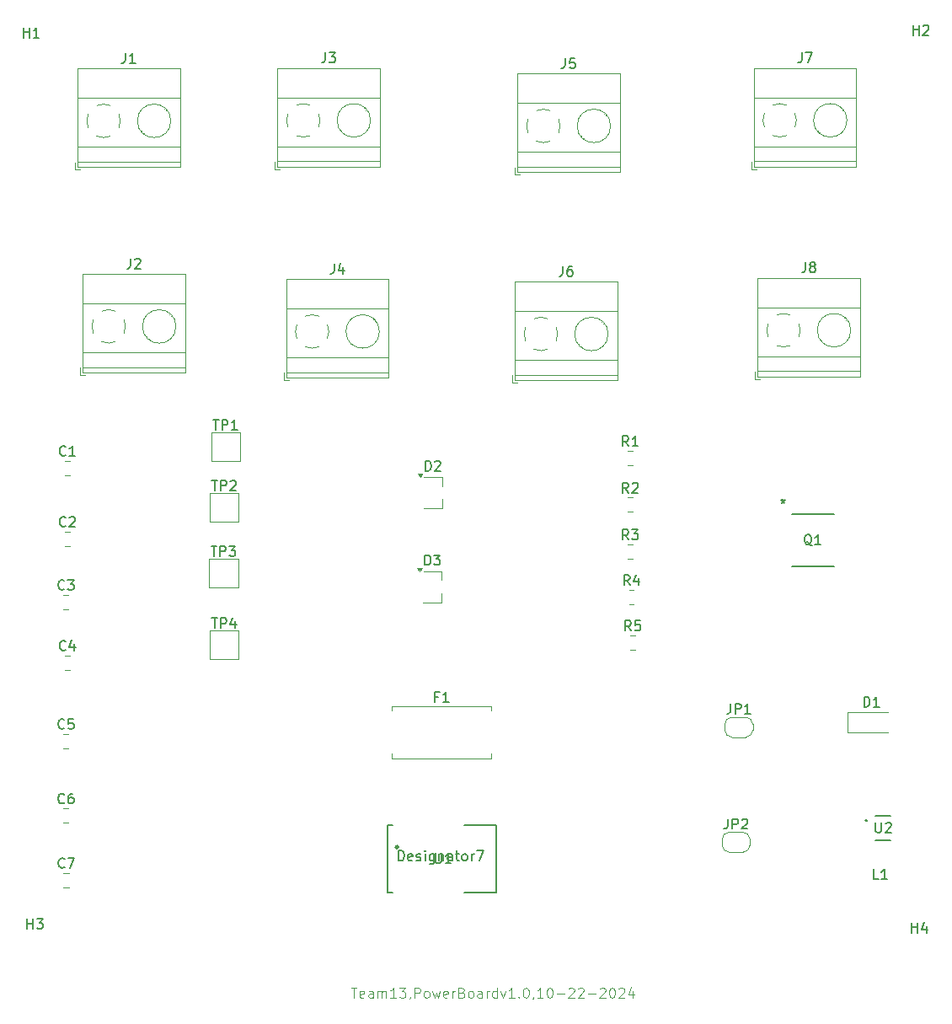
<source format=gbr>
%TF.GenerationSoftware,KiCad,Pcbnew,8.0.4*%
%TF.CreationDate,2024-10-22T18:55:11-05:00*%
%TF.ProjectId,PCB_split,5043425f-7370-46c6-9974-2e6b69636164,rev?*%
%TF.SameCoordinates,Original*%
%TF.FileFunction,Legend,Top*%
%TF.FilePolarity,Positive*%
%FSLAX46Y46*%
G04 Gerber Fmt 4.6, Leading zero omitted, Abs format (unit mm)*
G04 Created by KiCad (PCBNEW 8.0.4) date 2024-10-22 18:55:11*
%MOMM*%
%LPD*%
G01*
G04 APERTURE LIST*
%ADD10C,0.100000*%
%ADD11C,0.150000*%
%ADD12C,0.120000*%
%ADD13C,0.152400*%
%ADD14C,0.250000*%
%ADD15C,0.200000*%
G04 APERTURE END LIST*
D10*
X125129027Y-129047419D02*
X125700455Y-129047419D01*
X125414741Y-130047419D02*
X125414741Y-129047419D01*
X126414741Y-129999800D02*
X126319503Y-130047419D01*
X126319503Y-130047419D02*
X126129027Y-130047419D01*
X126129027Y-130047419D02*
X126033789Y-129999800D01*
X126033789Y-129999800D02*
X125986170Y-129904561D01*
X125986170Y-129904561D02*
X125986170Y-129523609D01*
X125986170Y-129523609D02*
X126033789Y-129428371D01*
X126033789Y-129428371D02*
X126129027Y-129380752D01*
X126129027Y-129380752D02*
X126319503Y-129380752D01*
X126319503Y-129380752D02*
X126414741Y-129428371D01*
X126414741Y-129428371D02*
X126462360Y-129523609D01*
X126462360Y-129523609D02*
X126462360Y-129618847D01*
X126462360Y-129618847D02*
X125986170Y-129714085D01*
X127319503Y-130047419D02*
X127319503Y-129523609D01*
X127319503Y-129523609D02*
X127271884Y-129428371D01*
X127271884Y-129428371D02*
X127176646Y-129380752D01*
X127176646Y-129380752D02*
X126986170Y-129380752D01*
X126986170Y-129380752D02*
X126890932Y-129428371D01*
X127319503Y-129999800D02*
X127224265Y-130047419D01*
X127224265Y-130047419D02*
X126986170Y-130047419D01*
X126986170Y-130047419D02*
X126890932Y-129999800D01*
X126890932Y-129999800D02*
X126843313Y-129904561D01*
X126843313Y-129904561D02*
X126843313Y-129809323D01*
X126843313Y-129809323D02*
X126890932Y-129714085D01*
X126890932Y-129714085D02*
X126986170Y-129666466D01*
X126986170Y-129666466D02*
X127224265Y-129666466D01*
X127224265Y-129666466D02*
X127319503Y-129618847D01*
X127795694Y-130047419D02*
X127795694Y-129380752D01*
X127795694Y-129475990D02*
X127843313Y-129428371D01*
X127843313Y-129428371D02*
X127938551Y-129380752D01*
X127938551Y-129380752D02*
X128081408Y-129380752D01*
X128081408Y-129380752D02*
X128176646Y-129428371D01*
X128176646Y-129428371D02*
X128224265Y-129523609D01*
X128224265Y-129523609D02*
X128224265Y-130047419D01*
X128224265Y-129523609D02*
X128271884Y-129428371D01*
X128271884Y-129428371D02*
X128367122Y-129380752D01*
X128367122Y-129380752D02*
X128509979Y-129380752D01*
X128509979Y-129380752D02*
X128605218Y-129428371D01*
X128605218Y-129428371D02*
X128652837Y-129523609D01*
X128652837Y-129523609D02*
X128652837Y-130047419D01*
X129652836Y-130047419D02*
X129081408Y-130047419D01*
X129367122Y-130047419D02*
X129367122Y-129047419D01*
X129367122Y-129047419D02*
X129271884Y-129190276D01*
X129271884Y-129190276D02*
X129176646Y-129285514D01*
X129176646Y-129285514D02*
X129081408Y-129333133D01*
X129986170Y-129047419D02*
X130605217Y-129047419D01*
X130605217Y-129047419D02*
X130271884Y-129428371D01*
X130271884Y-129428371D02*
X130414741Y-129428371D01*
X130414741Y-129428371D02*
X130509979Y-129475990D01*
X130509979Y-129475990D02*
X130557598Y-129523609D01*
X130557598Y-129523609D02*
X130605217Y-129618847D01*
X130605217Y-129618847D02*
X130605217Y-129856942D01*
X130605217Y-129856942D02*
X130557598Y-129952180D01*
X130557598Y-129952180D02*
X130509979Y-129999800D01*
X130509979Y-129999800D02*
X130414741Y-130047419D01*
X130414741Y-130047419D02*
X130129027Y-130047419D01*
X130129027Y-130047419D02*
X130033789Y-129999800D01*
X130033789Y-129999800D02*
X129986170Y-129952180D01*
X131081408Y-129999800D02*
X131081408Y-130047419D01*
X131081408Y-130047419D02*
X131033789Y-130142657D01*
X131033789Y-130142657D02*
X130986170Y-130190276D01*
X131509979Y-130047419D02*
X131509979Y-129047419D01*
X131509979Y-129047419D02*
X131890931Y-129047419D01*
X131890931Y-129047419D02*
X131986169Y-129095038D01*
X131986169Y-129095038D02*
X132033788Y-129142657D01*
X132033788Y-129142657D02*
X132081407Y-129237895D01*
X132081407Y-129237895D02*
X132081407Y-129380752D01*
X132081407Y-129380752D02*
X132033788Y-129475990D01*
X132033788Y-129475990D02*
X131986169Y-129523609D01*
X131986169Y-129523609D02*
X131890931Y-129571228D01*
X131890931Y-129571228D02*
X131509979Y-129571228D01*
X132652836Y-130047419D02*
X132557598Y-129999800D01*
X132557598Y-129999800D02*
X132509979Y-129952180D01*
X132509979Y-129952180D02*
X132462360Y-129856942D01*
X132462360Y-129856942D02*
X132462360Y-129571228D01*
X132462360Y-129571228D02*
X132509979Y-129475990D01*
X132509979Y-129475990D02*
X132557598Y-129428371D01*
X132557598Y-129428371D02*
X132652836Y-129380752D01*
X132652836Y-129380752D02*
X132795693Y-129380752D01*
X132795693Y-129380752D02*
X132890931Y-129428371D01*
X132890931Y-129428371D02*
X132938550Y-129475990D01*
X132938550Y-129475990D02*
X132986169Y-129571228D01*
X132986169Y-129571228D02*
X132986169Y-129856942D01*
X132986169Y-129856942D02*
X132938550Y-129952180D01*
X132938550Y-129952180D02*
X132890931Y-129999800D01*
X132890931Y-129999800D02*
X132795693Y-130047419D01*
X132795693Y-130047419D02*
X132652836Y-130047419D01*
X133319503Y-129380752D02*
X133509979Y-130047419D01*
X133509979Y-130047419D02*
X133700455Y-129571228D01*
X133700455Y-129571228D02*
X133890931Y-130047419D01*
X133890931Y-130047419D02*
X134081407Y-129380752D01*
X134843312Y-129999800D02*
X134748074Y-130047419D01*
X134748074Y-130047419D02*
X134557598Y-130047419D01*
X134557598Y-130047419D02*
X134462360Y-129999800D01*
X134462360Y-129999800D02*
X134414741Y-129904561D01*
X134414741Y-129904561D02*
X134414741Y-129523609D01*
X134414741Y-129523609D02*
X134462360Y-129428371D01*
X134462360Y-129428371D02*
X134557598Y-129380752D01*
X134557598Y-129380752D02*
X134748074Y-129380752D01*
X134748074Y-129380752D02*
X134843312Y-129428371D01*
X134843312Y-129428371D02*
X134890931Y-129523609D01*
X134890931Y-129523609D02*
X134890931Y-129618847D01*
X134890931Y-129618847D02*
X134414741Y-129714085D01*
X135319503Y-130047419D02*
X135319503Y-129380752D01*
X135319503Y-129571228D02*
X135367122Y-129475990D01*
X135367122Y-129475990D02*
X135414741Y-129428371D01*
X135414741Y-129428371D02*
X135509979Y-129380752D01*
X135509979Y-129380752D02*
X135605217Y-129380752D01*
X136271884Y-129523609D02*
X136414741Y-129571228D01*
X136414741Y-129571228D02*
X136462360Y-129618847D01*
X136462360Y-129618847D02*
X136509979Y-129714085D01*
X136509979Y-129714085D02*
X136509979Y-129856942D01*
X136509979Y-129856942D02*
X136462360Y-129952180D01*
X136462360Y-129952180D02*
X136414741Y-129999800D01*
X136414741Y-129999800D02*
X136319503Y-130047419D01*
X136319503Y-130047419D02*
X135938551Y-130047419D01*
X135938551Y-130047419D02*
X135938551Y-129047419D01*
X135938551Y-129047419D02*
X136271884Y-129047419D01*
X136271884Y-129047419D02*
X136367122Y-129095038D01*
X136367122Y-129095038D02*
X136414741Y-129142657D01*
X136414741Y-129142657D02*
X136462360Y-129237895D01*
X136462360Y-129237895D02*
X136462360Y-129333133D01*
X136462360Y-129333133D02*
X136414741Y-129428371D01*
X136414741Y-129428371D02*
X136367122Y-129475990D01*
X136367122Y-129475990D02*
X136271884Y-129523609D01*
X136271884Y-129523609D02*
X135938551Y-129523609D01*
X137081408Y-130047419D02*
X136986170Y-129999800D01*
X136986170Y-129999800D02*
X136938551Y-129952180D01*
X136938551Y-129952180D02*
X136890932Y-129856942D01*
X136890932Y-129856942D02*
X136890932Y-129571228D01*
X136890932Y-129571228D02*
X136938551Y-129475990D01*
X136938551Y-129475990D02*
X136986170Y-129428371D01*
X136986170Y-129428371D02*
X137081408Y-129380752D01*
X137081408Y-129380752D02*
X137224265Y-129380752D01*
X137224265Y-129380752D02*
X137319503Y-129428371D01*
X137319503Y-129428371D02*
X137367122Y-129475990D01*
X137367122Y-129475990D02*
X137414741Y-129571228D01*
X137414741Y-129571228D02*
X137414741Y-129856942D01*
X137414741Y-129856942D02*
X137367122Y-129952180D01*
X137367122Y-129952180D02*
X137319503Y-129999800D01*
X137319503Y-129999800D02*
X137224265Y-130047419D01*
X137224265Y-130047419D02*
X137081408Y-130047419D01*
X138271884Y-130047419D02*
X138271884Y-129523609D01*
X138271884Y-129523609D02*
X138224265Y-129428371D01*
X138224265Y-129428371D02*
X138129027Y-129380752D01*
X138129027Y-129380752D02*
X137938551Y-129380752D01*
X137938551Y-129380752D02*
X137843313Y-129428371D01*
X138271884Y-129999800D02*
X138176646Y-130047419D01*
X138176646Y-130047419D02*
X137938551Y-130047419D01*
X137938551Y-130047419D02*
X137843313Y-129999800D01*
X137843313Y-129999800D02*
X137795694Y-129904561D01*
X137795694Y-129904561D02*
X137795694Y-129809323D01*
X137795694Y-129809323D02*
X137843313Y-129714085D01*
X137843313Y-129714085D02*
X137938551Y-129666466D01*
X137938551Y-129666466D02*
X138176646Y-129666466D01*
X138176646Y-129666466D02*
X138271884Y-129618847D01*
X138748075Y-130047419D02*
X138748075Y-129380752D01*
X138748075Y-129571228D02*
X138795694Y-129475990D01*
X138795694Y-129475990D02*
X138843313Y-129428371D01*
X138843313Y-129428371D02*
X138938551Y-129380752D01*
X138938551Y-129380752D02*
X139033789Y-129380752D01*
X139795694Y-130047419D02*
X139795694Y-129047419D01*
X139795694Y-129999800D02*
X139700456Y-130047419D01*
X139700456Y-130047419D02*
X139509980Y-130047419D01*
X139509980Y-130047419D02*
X139414742Y-129999800D01*
X139414742Y-129999800D02*
X139367123Y-129952180D01*
X139367123Y-129952180D02*
X139319504Y-129856942D01*
X139319504Y-129856942D02*
X139319504Y-129571228D01*
X139319504Y-129571228D02*
X139367123Y-129475990D01*
X139367123Y-129475990D02*
X139414742Y-129428371D01*
X139414742Y-129428371D02*
X139509980Y-129380752D01*
X139509980Y-129380752D02*
X139700456Y-129380752D01*
X139700456Y-129380752D02*
X139795694Y-129428371D01*
X140176647Y-129380752D02*
X140414742Y-130047419D01*
X140414742Y-130047419D02*
X140652837Y-129380752D01*
X141557599Y-130047419D02*
X140986171Y-130047419D01*
X141271885Y-130047419D02*
X141271885Y-129047419D01*
X141271885Y-129047419D02*
X141176647Y-129190276D01*
X141176647Y-129190276D02*
X141081409Y-129285514D01*
X141081409Y-129285514D02*
X140986171Y-129333133D01*
X141986171Y-129952180D02*
X142033790Y-129999800D01*
X142033790Y-129999800D02*
X141986171Y-130047419D01*
X141986171Y-130047419D02*
X141938552Y-129999800D01*
X141938552Y-129999800D02*
X141986171Y-129952180D01*
X141986171Y-129952180D02*
X141986171Y-130047419D01*
X142652837Y-129047419D02*
X142748075Y-129047419D01*
X142748075Y-129047419D02*
X142843313Y-129095038D01*
X142843313Y-129095038D02*
X142890932Y-129142657D01*
X142890932Y-129142657D02*
X142938551Y-129237895D01*
X142938551Y-129237895D02*
X142986170Y-129428371D01*
X142986170Y-129428371D02*
X142986170Y-129666466D01*
X142986170Y-129666466D02*
X142938551Y-129856942D01*
X142938551Y-129856942D02*
X142890932Y-129952180D01*
X142890932Y-129952180D02*
X142843313Y-129999800D01*
X142843313Y-129999800D02*
X142748075Y-130047419D01*
X142748075Y-130047419D02*
X142652837Y-130047419D01*
X142652837Y-130047419D02*
X142557599Y-129999800D01*
X142557599Y-129999800D02*
X142509980Y-129952180D01*
X142509980Y-129952180D02*
X142462361Y-129856942D01*
X142462361Y-129856942D02*
X142414742Y-129666466D01*
X142414742Y-129666466D02*
X142414742Y-129428371D01*
X142414742Y-129428371D02*
X142462361Y-129237895D01*
X142462361Y-129237895D02*
X142509980Y-129142657D01*
X142509980Y-129142657D02*
X142557599Y-129095038D01*
X142557599Y-129095038D02*
X142652837Y-129047419D01*
X143462361Y-129999800D02*
X143462361Y-130047419D01*
X143462361Y-130047419D02*
X143414742Y-130142657D01*
X143414742Y-130142657D02*
X143367123Y-130190276D01*
X144414741Y-130047419D02*
X143843313Y-130047419D01*
X144129027Y-130047419D02*
X144129027Y-129047419D01*
X144129027Y-129047419D02*
X144033789Y-129190276D01*
X144033789Y-129190276D02*
X143938551Y-129285514D01*
X143938551Y-129285514D02*
X143843313Y-129333133D01*
X145033789Y-129047419D02*
X145129027Y-129047419D01*
X145129027Y-129047419D02*
X145224265Y-129095038D01*
X145224265Y-129095038D02*
X145271884Y-129142657D01*
X145271884Y-129142657D02*
X145319503Y-129237895D01*
X145319503Y-129237895D02*
X145367122Y-129428371D01*
X145367122Y-129428371D02*
X145367122Y-129666466D01*
X145367122Y-129666466D02*
X145319503Y-129856942D01*
X145319503Y-129856942D02*
X145271884Y-129952180D01*
X145271884Y-129952180D02*
X145224265Y-129999800D01*
X145224265Y-129999800D02*
X145129027Y-130047419D01*
X145129027Y-130047419D02*
X145033789Y-130047419D01*
X145033789Y-130047419D02*
X144938551Y-129999800D01*
X144938551Y-129999800D02*
X144890932Y-129952180D01*
X144890932Y-129952180D02*
X144843313Y-129856942D01*
X144843313Y-129856942D02*
X144795694Y-129666466D01*
X144795694Y-129666466D02*
X144795694Y-129428371D01*
X144795694Y-129428371D02*
X144843313Y-129237895D01*
X144843313Y-129237895D02*
X144890932Y-129142657D01*
X144890932Y-129142657D02*
X144938551Y-129095038D01*
X144938551Y-129095038D02*
X145033789Y-129047419D01*
X145795694Y-129666466D02*
X146557599Y-129666466D01*
X146986170Y-129142657D02*
X147033789Y-129095038D01*
X147033789Y-129095038D02*
X147129027Y-129047419D01*
X147129027Y-129047419D02*
X147367122Y-129047419D01*
X147367122Y-129047419D02*
X147462360Y-129095038D01*
X147462360Y-129095038D02*
X147509979Y-129142657D01*
X147509979Y-129142657D02*
X147557598Y-129237895D01*
X147557598Y-129237895D02*
X147557598Y-129333133D01*
X147557598Y-129333133D02*
X147509979Y-129475990D01*
X147509979Y-129475990D02*
X146938551Y-130047419D01*
X146938551Y-130047419D02*
X147557598Y-130047419D01*
X147938551Y-129142657D02*
X147986170Y-129095038D01*
X147986170Y-129095038D02*
X148081408Y-129047419D01*
X148081408Y-129047419D02*
X148319503Y-129047419D01*
X148319503Y-129047419D02*
X148414741Y-129095038D01*
X148414741Y-129095038D02*
X148462360Y-129142657D01*
X148462360Y-129142657D02*
X148509979Y-129237895D01*
X148509979Y-129237895D02*
X148509979Y-129333133D01*
X148509979Y-129333133D02*
X148462360Y-129475990D01*
X148462360Y-129475990D02*
X147890932Y-130047419D01*
X147890932Y-130047419D02*
X148509979Y-130047419D01*
X148938551Y-129666466D02*
X149700456Y-129666466D01*
X150129027Y-129142657D02*
X150176646Y-129095038D01*
X150176646Y-129095038D02*
X150271884Y-129047419D01*
X150271884Y-129047419D02*
X150509979Y-129047419D01*
X150509979Y-129047419D02*
X150605217Y-129095038D01*
X150605217Y-129095038D02*
X150652836Y-129142657D01*
X150652836Y-129142657D02*
X150700455Y-129237895D01*
X150700455Y-129237895D02*
X150700455Y-129333133D01*
X150700455Y-129333133D02*
X150652836Y-129475990D01*
X150652836Y-129475990D02*
X150081408Y-130047419D01*
X150081408Y-130047419D02*
X150700455Y-130047419D01*
X151319503Y-129047419D02*
X151414741Y-129047419D01*
X151414741Y-129047419D02*
X151509979Y-129095038D01*
X151509979Y-129095038D02*
X151557598Y-129142657D01*
X151557598Y-129142657D02*
X151605217Y-129237895D01*
X151605217Y-129237895D02*
X151652836Y-129428371D01*
X151652836Y-129428371D02*
X151652836Y-129666466D01*
X151652836Y-129666466D02*
X151605217Y-129856942D01*
X151605217Y-129856942D02*
X151557598Y-129952180D01*
X151557598Y-129952180D02*
X151509979Y-129999800D01*
X151509979Y-129999800D02*
X151414741Y-130047419D01*
X151414741Y-130047419D02*
X151319503Y-130047419D01*
X151319503Y-130047419D02*
X151224265Y-129999800D01*
X151224265Y-129999800D02*
X151176646Y-129952180D01*
X151176646Y-129952180D02*
X151129027Y-129856942D01*
X151129027Y-129856942D02*
X151081408Y-129666466D01*
X151081408Y-129666466D02*
X151081408Y-129428371D01*
X151081408Y-129428371D02*
X151129027Y-129237895D01*
X151129027Y-129237895D02*
X151176646Y-129142657D01*
X151176646Y-129142657D02*
X151224265Y-129095038D01*
X151224265Y-129095038D02*
X151319503Y-129047419D01*
X152033789Y-129142657D02*
X152081408Y-129095038D01*
X152081408Y-129095038D02*
X152176646Y-129047419D01*
X152176646Y-129047419D02*
X152414741Y-129047419D01*
X152414741Y-129047419D02*
X152509979Y-129095038D01*
X152509979Y-129095038D02*
X152557598Y-129142657D01*
X152557598Y-129142657D02*
X152605217Y-129237895D01*
X152605217Y-129237895D02*
X152605217Y-129333133D01*
X152605217Y-129333133D02*
X152557598Y-129475990D01*
X152557598Y-129475990D02*
X151986170Y-130047419D01*
X151986170Y-130047419D02*
X152605217Y-130047419D01*
X153462360Y-129380752D02*
X153462360Y-130047419D01*
X153224265Y-128999800D02*
X152986170Y-129714085D01*
X152986170Y-129714085D02*
X153605217Y-129714085D01*
D11*
X96310333Y-102946580D02*
X96262714Y-102994200D01*
X96262714Y-102994200D02*
X96119857Y-103041819D01*
X96119857Y-103041819D02*
X96024619Y-103041819D01*
X96024619Y-103041819D02*
X95881762Y-102994200D01*
X95881762Y-102994200D02*
X95786524Y-102898961D01*
X95786524Y-102898961D02*
X95738905Y-102803723D01*
X95738905Y-102803723D02*
X95691286Y-102613247D01*
X95691286Y-102613247D02*
X95691286Y-102470390D01*
X95691286Y-102470390D02*
X95738905Y-102279914D01*
X95738905Y-102279914D02*
X95786524Y-102184676D01*
X95786524Y-102184676D02*
X95881762Y-102089438D01*
X95881762Y-102089438D02*
X96024619Y-102041819D01*
X96024619Y-102041819D02*
X96119857Y-102041819D01*
X96119857Y-102041819D02*
X96262714Y-102089438D01*
X96262714Y-102089438D02*
X96310333Y-102137057D01*
X97215095Y-102041819D02*
X96738905Y-102041819D01*
X96738905Y-102041819D02*
X96691286Y-102518009D01*
X96691286Y-102518009D02*
X96738905Y-102470390D01*
X96738905Y-102470390D02*
X96834143Y-102422771D01*
X96834143Y-102422771D02*
X97072238Y-102422771D01*
X97072238Y-102422771D02*
X97167476Y-102470390D01*
X97167476Y-102470390D02*
X97215095Y-102518009D01*
X97215095Y-102518009D02*
X97262714Y-102613247D01*
X97262714Y-102613247D02*
X97262714Y-102851342D01*
X97262714Y-102851342D02*
X97215095Y-102946580D01*
X97215095Y-102946580D02*
X97167476Y-102994200D01*
X97167476Y-102994200D02*
X97072238Y-103041819D01*
X97072238Y-103041819D02*
X96834143Y-103041819D01*
X96834143Y-103041819D02*
X96738905Y-102994200D01*
X96738905Y-102994200D02*
X96691286Y-102946580D01*
X162981666Y-112081819D02*
X162981666Y-112796104D01*
X162981666Y-112796104D02*
X162934047Y-112938961D01*
X162934047Y-112938961D02*
X162838809Y-113034200D01*
X162838809Y-113034200D02*
X162695952Y-113081819D01*
X162695952Y-113081819D02*
X162600714Y-113081819D01*
X163457857Y-113081819D02*
X163457857Y-112081819D01*
X163457857Y-112081819D02*
X163838809Y-112081819D01*
X163838809Y-112081819D02*
X163934047Y-112129438D01*
X163934047Y-112129438D02*
X163981666Y-112177057D01*
X163981666Y-112177057D02*
X164029285Y-112272295D01*
X164029285Y-112272295D02*
X164029285Y-112415152D01*
X164029285Y-112415152D02*
X163981666Y-112510390D01*
X163981666Y-112510390D02*
X163934047Y-112558009D01*
X163934047Y-112558009D02*
X163838809Y-112605628D01*
X163838809Y-112605628D02*
X163457857Y-112605628D01*
X164410238Y-112177057D02*
X164457857Y-112129438D01*
X164457857Y-112129438D02*
X164553095Y-112081819D01*
X164553095Y-112081819D02*
X164791190Y-112081819D01*
X164791190Y-112081819D02*
X164886428Y-112129438D01*
X164886428Y-112129438D02*
X164934047Y-112177057D01*
X164934047Y-112177057D02*
X164981666Y-112272295D01*
X164981666Y-112272295D02*
X164981666Y-112367533D01*
X164981666Y-112367533D02*
X164934047Y-112510390D01*
X164934047Y-112510390D02*
X164362619Y-113081819D01*
X164362619Y-113081819D02*
X164981666Y-113081819D01*
X96310333Y-110439580D02*
X96262714Y-110487200D01*
X96262714Y-110487200D02*
X96119857Y-110534819D01*
X96119857Y-110534819D02*
X96024619Y-110534819D01*
X96024619Y-110534819D02*
X95881762Y-110487200D01*
X95881762Y-110487200D02*
X95786524Y-110391961D01*
X95786524Y-110391961D02*
X95738905Y-110296723D01*
X95738905Y-110296723D02*
X95691286Y-110106247D01*
X95691286Y-110106247D02*
X95691286Y-109963390D01*
X95691286Y-109963390D02*
X95738905Y-109772914D01*
X95738905Y-109772914D02*
X95786524Y-109677676D01*
X95786524Y-109677676D02*
X95881762Y-109582438D01*
X95881762Y-109582438D02*
X96024619Y-109534819D01*
X96024619Y-109534819D02*
X96119857Y-109534819D01*
X96119857Y-109534819D02*
X96262714Y-109582438D01*
X96262714Y-109582438D02*
X96310333Y-109630057D01*
X97167476Y-109534819D02*
X96977000Y-109534819D01*
X96977000Y-109534819D02*
X96881762Y-109582438D01*
X96881762Y-109582438D02*
X96834143Y-109630057D01*
X96834143Y-109630057D02*
X96738905Y-109772914D01*
X96738905Y-109772914D02*
X96691286Y-109963390D01*
X96691286Y-109963390D02*
X96691286Y-110344342D01*
X96691286Y-110344342D02*
X96738905Y-110439580D01*
X96738905Y-110439580D02*
X96786524Y-110487200D01*
X96786524Y-110487200D02*
X96881762Y-110534819D01*
X96881762Y-110534819D02*
X97072238Y-110534819D01*
X97072238Y-110534819D02*
X97167476Y-110487200D01*
X97167476Y-110487200D02*
X97215095Y-110439580D01*
X97215095Y-110439580D02*
X97262714Y-110344342D01*
X97262714Y-110344342D02*
X97262714Y-110106247D01*
X97262714Y-110106247D02*
X97215095Y-110011009D01*
X97215095Y-110011009D02*
X97167476Y-109963390D01*
X97167476Y-109963390D02*
X97072238Y-109915771D01*
X97072238Y-109915771D02*
X96881762Y-109915771D01*
X96881762Y-109915771D02*
X96786524Y-109963390D01*
X96786524Y-109963390D02*
X96738905Y-110011009D01*
X96738905Y-110011009D02*
X96691286Y-110106247D01*
X96331833Y-116916580D02*
X96284214Y-116964200D01*
X96284214Y-116964200D02*
X96141357Y-117011819D01*
X96141357Y-117011819D02*
X96046119Y-117011819D01*
X96046119Y-117011819D02*
X95903262Y-116964200D01*
X95903262Y-116964200D02*
X95808024Y-116868961D01*
X95808024Y-116868961D02*
X95760405Y-116773723D01*
X95760405Y-116773723D02*
X95712786Y-116583247D01*
X95712786Y-116583247D02*
X95712786Y-116440390D01*
X95712786Y-116440390D02*
X95760405Y-116249914D01*
X95760405Y-116249914D02*
X95808024Y-116154676D01*
X95808024Y-116154676D02*
X95903262Y-116059438D01*
X95903262Y-116059438D02*
X96046119Y-116011819D01*
X96046119Y-116011819D02*
X96141357Y-116011819D01*
X96141357Y-116011819D02*
X96284214Y-116059438D01*
X96284214Y-116059438D02*
X96331833Y-116107057D01*
X96665167Y-116011819D02*
X97331833Y-116011819D01*
X97331833Y-116011819D02*
X96903262Y-117011819D01*
X96437333Y-95072580D02*
X96389714Y-95120200D01*
X96389714Y-95120200D02*
X96246857Y-95167819D01*
X96246857Y-95167819D02*
X96151619Y-95167819D01*
X96151619Y-95167819D02*
X96008762Y-95120200D01*
X96008762Y-95120200D02*
X95913524Y-95024961D01*
X95913524Y-95024961D02*
X95865905Y-94929723D01*
X95865905Y-94929723D02*
X95818286Y-94739247D01*
X95818286Y-94739247D02*
X95818286Y-94596390D01*
X95818286Y-94596390D02*
X95865905Y-94405914D01*
X95865905Y-94405914D02*
X95913524Y-94310676D01*
X95913524Y-94310676D02*
X96008762Y-94215438D01*
X96008762Y-94215438D02*
X96151619Y-94167819D01*
X96151619Y-94167819D02*
X96246857Y-94167819D01*
X96246857Y-94167819D02*
X96389714Y-94215438D01*
X96389714Y-94215438D02*
X96437333Y-94263057D01*
X97294476Y-94501152D02*
X97294476Y-95167819D01*
X97056381Y-94120200D02*
X96818286Y-94834485D01*
X96818286Y-94834485D02*
X97437333Y-94834485D01*
X153011333Y-79322819D02*
X152678000Y-78846628D01*
X152439905Y-79322819D02*
X152439905Y-78322819D01*
X152439905Y-78322819D02*
X152820857Y-78322819D01*
X152820857Y-78322819D02*
X152916095Y-78370438D01*
X152916095Y-78370438D02*
X152963714Y-78418057D01*
X152963714Y-78418057D02*
X153011333Y-78513295D01*
X153011333Y-78513295D02*
X153011333Y-78656152D01*
X153011333Y-78656152D02*
X152963714Y-78751390D01*
X152963714Y-78751390D02*
X152916095Y-78799009D01*
X152916095Y-78799009D02*
X152820857Y-78846628D01*
X152820857Y-78846628D02*
X152439905Y-78846628D01*
X153392286Y-78418057D02*
X153439905Y-78370438D01*
X153439905Y-78370438D02*
X153535143Y-78322819D01*
X153535143Y-78322819D02*
X153773238Y-78322819D01*
X153773238Y-78322819D02*
X153868476Y-78370438D01*
X153868476Y-78370438D02*
X153916095Y-78418057D01*
X153916095Y-78418057D02*
X153963714Y-78513295D01*
X153963714Y-78513295D02*
X153963714Y-78608533D01*
X153963714Y-78608533D02*
X153916095Y-78751390D01*
X153916095Y-78751390D02*
X153344667Y-79322819D01*
X153344667Y-79322819D02*
X153963714Y-79322819D01*
X181483095Y-123508819D02*
X181483095Y-122508819D01*
X181483095Y-122985009D02*
X182054523Y-122985009D01*
X182054523Y-123508819D02*
X182054523Y-122508819D01*
X182959285Y-122842152D02*
X182959285Y-123508819D01*
X182721190Y-122461200D02*
X182483095Y-123175485D01*
X182483095Y-123175485D02*
X183102142Y-123175485D01*
X146408816Y-56567819D02*
X146408816Y-57282104D01*
X146408816Y-57282104D02*
X146361197Y-57424961D01*
X146361197Y-57424961D02*
X146265959Y-57520200D01*
X146265959Y-57520200D02*
X146123102Y-57567819D01*
X146123102Y-57567819D02*
X146027864Y-57567819D01*
X147313578Y-56567819D02*
X147123102Y-56567819D01*
X147123102Y-56567819D02*
X147027864Y-56615438D01*
X147027864Y-56615438D02*
X146980245Y-56663057D01*
X146980245Y-56663057D02*
X146885007Y-56805914D01*
X146885007Y-56805914D02*
X146837388Y-56996390D01*
X146837388Y-56996390D02*
X146837388Y-57377342D01*
X146837388Y-57377342D02*
X146885007Y-57472580D01*
X146885007Y-57472580D02*
X146932626Y-57520200D01*
X146932626Y-57520200D02*
X147027864Y-57567819D01*
X147027864Y-57567819D02*
X147218340Y-57567819D01*
X147218340Y-57567819D02*
X147313578Y-57520200D01*
X147313578Y-57520200D02*
X147361197Y-57472580D01*
X147361197Y-57472580D02*
X147408816Y-57377342D01*
X147408816Y-57377342D02*
X147408816Y-57139247D01*
X147408816Y-57139247D02*
X147361197Y-57044009D01*
X147361197Y-57044009D02*
X147313578Y-56996390D01*
X147313578Y-56996390D02*
X147218340Y-56948771D01*
X147218340Y-56948771D02*
X147027864Y-56948771D01*
X147027864Y-56948771D02*
X146932626Y-56996390D01*
X146932626Y-56996390D02*
X146885007Y-57044009D01*
X146885007Y-57044009D02*
X146837388Y-57139247D01*
X111133095Y-91921819D02*
X111704523Y-91921819D01*
X111418809Y-92921819D02*
X111418809Y-91921819D01*
X112037857Y-92921819D02*
X112037857Y-91921819D01*
X112037857Y-91921819D02*
X112418809Y-91921819D01*
X112418809Y-91921819D02*
X112514047Y-91969438D01*
X112514047Y-91969438D02*
X112561666Y-92017057D01*
X112561666Y-92017057D02*
X112609285Y-92112295D01*
X112609285Y-92112295D02*
X112609285Y-92255152D01*
X112609285Y-92255152D02*
X112561666Y-92350390D01*
X112561666Y-92350390D02*
X112514047Y-92398009D01*
X112514047Y-92398009D02*
X112418809Y-92445628D01*
X112418809Y-92445628D02*
X112037857Y-92445628D01*
X113466428Y-92255152D02*
X113466428Y-92921819D01*
X113228333Y-91874200D02*
X112990238Y-92588485D01*
X112990238Y-92588485D02*
X113609285Y-92588485D01*
X96437333Y-75514580D02*
X96389714Y-75562200D01*
X96389714Y-75562200D02*
X96246857Y-75609819D01*
X96246857Y-75609819D02*
X96151619Y-75609819D01*
X96151619Y-75609819D02*
X96008762Y-75562200D01*
X96008762Y-75562200D02*
X95913524Y-75466961D01*
X95913524Y-75466961D02*
X95865905Y-75371723D01*
X95865905Y-75371723D02*
X95818286Y-75181247D01*
X95818286Y-75181247D02*
X95818286Y-75038390D01*
X95818286Y-75038390D02*
X95865905Y-74847914D01*
X95865905Y-74847914D02*
X95913524Y-74752676D01*
X95913524Y-74752676D02*
X96008762Y-74657438D01*
X96008762Y-74657438D02*
X96151619Y-74609819D01*
X96151619Y-74609819D02*
X96246857Y-74609819D01*
X96246857Y-74609819D02*
X96389714Y-74657438D01*
X96389714Y-74657438D02*
X96437333Y-74705057D01*
X97389714Y-75609819D02*
X96818286Y-75609819D01*
X97104000Y-75609819D02*
X97104000Y-74609819D01*
X97104000Y-74609819D02*
X97008762Y-74752676D01*
X97008762Y-74752676D02*
X96913524Y-74847914D01*
X96913524Y-74847914D02*
X96818286Y-74895533D01*
X177842571Y-112461819D02*
X177842571Y-113271342D01*
X177842571Y-113271342D02*
X177890190Y-113366580D01*
X177890190Y-113366580D02*
X177937809Y-113414200D01*
X177937809Y-113414200D02*
X178033047Y-113461819D01*
X178033047Y-113461819D02*
X178223523Y-113461819D01*
X178223523Y-113461819D02*
X178318761Y-113414200D01*
X178318761Y-113414200D02*
X178366380Y-113366580D01*
X178366380Y-113366580D02*
X178413999Y-113271342D01*
X178413999Y-113271342D02*
X178413999Y-112461819D01*
X178842571Y-112557057D02*
X178890190Y-112509438D01*
X178890190Y-112509438D02*
X178985428Y-112461819D01*
X178985428Y-112461819D02*
X179223523Y-112461819D01*
X179223523Y-112461819D02*
X179318761Y-112509438D01*
X179318761Y-112509438D02*
X179366380Y-112557057D01*
X179366380Y-112557057D02*
X179413999Y-112652295D01*
X179413999Y-112652295D02*
X179413999Y-112747533D01*
X179413999Y-112747533D02*
X179366380Y-112890390D01*
X179366380Y-112890390D02*
X178794952Y-113461819D01*
X178794952Y-113461819D02*
X179413999Y-113461819D01*
X133604095Y-115532819D02*
X133604095Y-116342342D01*
X133604095Y-116342342D02*
X133651714Y-116437580D01*
X133651714Y-116437580D02*
X133699333Y-116485200D01*
X133699333Y-116485200D02*
X133794571Y-116532819D01*
X133794571Y-116532819D02*
X133985047Y-116532819D01*
X133985047Y-116532819D02*
X134080285Y-116485200D01*
X134080285Y-116485200D02*
X134127904Y-116437580D01*
X134127904Y-116437580D02*
X134175523Y-116342342D01*
X134175523Y-116342342D02*
X134175523Y-115532819D01*
X135175523Y-116532819D02*
X134604095Y-116532819D01*
X134889809Y-116532819D02*
X134889809Y-115532819D01*
X134889809Y-115532819D02*
X134794571Y-115675676D01*
X134794571Y-115675676D02*
X134699333Y-115770914D01*
X134699333Y-115770914D02*
X134604095Y-115818533D01*
X129897714Y-116278819D02*
X129897714Y-115278819D01*
X129897714Y-115278819D02*
X130135809Y-115278819D01*
X130135809Y-115278819D02*
X130278666Y-115326438D01*
X130278666Y-115326438D02*
X130373904Y-115421676D01*
X130373904Y-115421676D02*
X130421523Y-115516914D01*
X130421523Y-115516914D02*
X130469142Y-115707390D01*
X130469142Y-115707390D02*
X130469142Y-115850247D01*
X130469142Y-115850247D02*
X130421523Y-116040723D01*
X130421523Y-116040723D02*
X130373904Y-116135961D01*
X130373904Y-116135961D02*
X130278666Y-116231200D01*
X130278666Y-116231200D02*
X130135809Y-116278819D01*
X130135809Y-116278819D02*
X129897714Y-116278819D01*
X131278666Y-116231200D02*
X131183428Y-116278819D01*
X131183428Y-116278819D02*
X130992952Y-116278819D01*
X130992952Y-116278819D02*
X130897714Y-116231200D01*
X130897714Y-116231200D02*
X130850095Y-116135961D01*
X130850095Y-116135961D02*
X130850095Y-115755009D01*
X130850095Y-115755009D02*
X130897714Y-115659771D01*
X130897714Y-115659771D02*
X130992952Y-115612152D01*
X130992952Y-115612152D02*
X131183428Y-115612152D01*
X131183428Y-115612152D02*
X131278666Y-115659771D01*
X131278666Y-115659771D02*
X131326285Y-115755009D01*
X131326285Y-115755009D02*
X131326285Y-115850247D01*
X131326285Y-115850247D02*
X130850095Y-115945485D01*
X131707238Y-116231200D02*
X131802476Y-116278819D01*
X131802476Y-116278819D02*
X131992952Y-116278819D01*
X131992952Y-116278819D02*
X132088190Y-116231200D01*
X132088190Y-116231200D02*
X132135809Y-116135961D01*
X132135809Y-116135961D02*
X132135809Y-116088342D01*
X132135809Y-116088342D02*
X132088190Y-115993104D01*
X132088190Y-115993104D02*
X131992952Y-115945485D01*
X131992952Y-115945485D02*
X131850095Y-115945485D01*
X131850095Y-115945485D02*
X131754857Y-115897866D01*
X131754857Y-115897866D02*
X131707238Y-115802628D01*
X131707238Y-115802628D02*
X131707238Y-115755009D01*
X131707238Y-115755009D02*
X131754857Y-115659771D01*
X131754857Y-115659771D02*
X131850095Y-115612152D01*
X131850095Y-115612152D02*
X131992952Y-115612152D01*
X131992952Y-115612152D02*
X132088190Y-115659771D01*
X132564381Y-116278819D02*
X132564381Y-115612152D01*
X132564381Y-115278819D02*
X132516762Y-115326438D01*
X132516762Y-115326438D02*
X132564381Y-115374057D01*
X132564381Y-115374057D02*
X132612000Y-115326438D01*
X132612000Y-115326438D02*
X132564381Y-115278819D01*
X132564381Y-115278819D02*
X132564381Y-115374057D01*
X133469142Y-115612152D02*
X133469142Y-116421676D01*
X133469142Y-116421676D02*
X133421523Y-116516914D01*
X133421523Y-116516914D02*
X133373904Y-116564533D01*
X133373904Y-116564533D02*
X133278666Y-116612152D01*
X133278666Y-116612152D02*
X133135809Y-116612152D01*
X133135809Y-116612152D02*
X133040571Y-116564533D01*
X133469142Y-116231200D02*
X133373904Y-116278819D01*
X133373904Y-116278819D02*
X133183428Y-116278819D01*
X133183428Y-116278819D02*
X133088190Y-116231200D01*
X133088190Y-116231200D02*
X133040571Y-116183580D01*
X133040571Y-116183580D02*
X132992952Y-116088342D01*
X132992952Y-116088342D02*
X132992952Y-115802628D01*
X132992952Y-115802628D02*
X133040571Y-115707390D01*
X133040571Y-115707390D02*
X133088190Y-115659771D01*
X133088190Y-115659771D02*
X133183428Y-115612152D01*
X133183428Y-115612152D02*
X133373904Y-115612152D01*
X133373904Y-115612152D02*
X133469142Y-115659771D01*
X133945333Y-115612152D02*
X133945333Y-116278819D01*
X133945333Y-115707390D02*
X133992952Y-115659771D01*
X133992952Y-115659771D02*
X134088190Y-115612152D01*
X134088190Y-115612152D02*
X134231047Y-115612152D01*
X134231047Y-115612152D02*
X134326285Y-115659771D01*
X134326285Y-115659771D02*
X134373904Y-115755009D01*
X134373904Y-115755009D02*
X134373904Y-116278819D01*
X135278666Y-116278819D02*
X135278666Y-115755009D01*
X135278666Y-115755009D02*
X135231047Y-115659771D01*
X135231047Y-115659771D02*
X135135809Y-115612152D01*
X135135809Y-115612152D02*
X134945333Y-115612152D01*
X134945333Y-115612152D02*
X134850095Y-115659771D01*
X135278666Y-116231200D02*
X135183428Y-116278819D01*
X135183428Y-116278819D02*
X134945333Y-116278819D01*
X134945333Y-116278819D02*
X134850095Y-116231200D01*
X134850095Y-116231200D02*
X134802476Y-116135961D01*
X134802476Y-116135961D02*
X134802476Y-116040723D01*
X134802476Y-116040723D02*
X134850095Y-115945485D01*
X134850095Y-115945485D02*
X134945333Y-115897866D01*
X134945333Y-115897866D02*
X135183428Y-115897866D01*
X135183428Y-115897866D02*
X135278666Y-115850247D01*
X135612000Y-115612152D02*
X135992952Y-115612152D01*
X135754857Y-115278819D02*
X135754857Y-116135961D01*
X135754857Y-116135961D02*
X135802476Y-116231200D01*
X135802476Y-116231200D02*
X135897714Y-116278819D01*
X135897714Y-116278819D02*
X135992952Y-116278819D01*
X136469143Y-116278819D02*
X136373905Y-116231200D01*
X136373905Y-116231200D02*
X136326286Y-116183580D01*
X136326286Y-116183580D02*
X136278667Y-116088342D01*
X136278667Y-116088342D02*
X136278667Y-115802628D01*
X136278667Y-115802628D02*
X136326286Y-115707390D01*
X136326286Y-115707390D02*
X136373905Y-115659771D01*
X136373905Y-115659771D02*
X136469143Y-115612152D01*
X136469143Y-115612152D02*
X136612000Y-115612152D01*
X136612000Y-115612152D02*
X136707238Y-115659771D01*
X136707238Y-115659771D02*
X136754857Y-115707390D01*
X136754857Y-115707390D02*
X136802476Y-115802628D01*
X136802476Y-115802628D02*
X136802476Y-116088342D01*
X136802476Y-116088342D02*
X136754857Y-116183580D01*
X136754857Y-116183580D02*
X136707238Y-116231200D01*
X136707238Y-116231200D02*
X136612000Y-116278819D01*
X136612000Y-116278819D02*
X136469143Y-116278819D01*
X137231048Y-116278819D02*
X137231048Y-115612152D01*
X137231048Y-115802628D02*
X137278667Y-115707390D01*
X137278667Y-115707390D02*
X137326286Y-115659771D01*
X137326286Y-115659771D02*
X137421524Y-115612152D01*
X137421524Y-115612152D02*
X137516762Y-115612152D01*
X137754858Y-115278819D02*
X138421524Y-115278819D01*
X138421524Y-115278819D02*
X137992953Y-116278819D01*
X181610095Y-33338819D02*
X181610095Y-32338819D01*
X181610095Y-32815009D02*
X182181523Y-32815009D01*
X182181523Y-33338819D02*
X182181523Y-32338819D01*
X182610095Y-32434057D02*
X182657714Y-32386438D01*
X182657714Y-32386438D02*
X182752952Y-32338819D01*
X182752952Y-32338819D02*
X182991047Y-32338819D01*
X182991047Y-32338819D02*
X183086285Y-32386438D01*
X183086285Y-32386438D02*
X183133904Y-32434057D01*
X183133904Y-32434057D02*
X183181523Y-32529295D01*
X183181523Y-32529295D02*
X183181523Y-32624533D01*
X183181523Y-32624533D02*
X183133904Y-32767390D01*
X183133904Y-32767390D02*
X182562476Y-33338819D01*
X182562476Y-33338819D02*
X183181523Y-33338819D01*
X170411816Y-35104819D02*
X170411816Y-35819104D01*
X170411816Y-35819104D02*
X170364197Y-35961961D01*
X170364197Y-35961961D02*
X170268959Y-36057200D01*
X170268959Y-36057200D02*
X170126102Y-36104819D01*
X170126102Y-36104819D02*
X170030864Y-36104819D01*
X170792769Y-35104819D02*
X171459435Y-35104819D01*
X171459435Y-35104819D02*
X171030864Y-36104819D01*
X163265666Y-100524819D02*
X163265666Y-101239104D01*
X163265666Y-101239104D02*
X163218047Y-101381961D01*
X163218047Y-101381961D02*
X163122809Y-101477200D01*
X163122809Y-101477200D02*
X162979952Y-101524819D01*
X162979952Y-101524819D02*
X162884714Y-101524819D01*
X163741857Y-101524819D02*
X163741857Y-100524819D01*
X163741857Y-100524819D02*
X164122809Y-100524819D01*
X164122809Y-100524819D02*
X164218047Y-100572438D01*
X164218047Y-100572438D02*
X164265666Y-100620057D01*
X164265666Y-100620057D02*
X164313285Y-100715295D01*
X164313285Y-100715295D02*
X164313285Y-100858152D01*
X164313285Y-100858152D02*
X164265666Y-100953390D01*
X164265666Y-100953390D02*
X164218047Y-101001009D01*
X164218047Y-101001009D02*
X164122809Y-101048628D01*
X164122809Y-101048628D02*
X163741857Y-101048628D01*
X165265666Y-101524819D02*
X164694238Y-101524819D01*
X164979952Y-101524819D02*
X164979952Y-100524819D01*
X164979952Y-100524819D02*
X164884714Y-100667676D01*
X164884714Y-100667676D02*
X164789476Y-100762914D01*
X164789476Y-100762914D02*
X164694238Y-100810533D01*
X123421816Y-56313819D02*
X123421816Y-57028104D01*
X123421816Y-57028104D02*
X123374197Y-57170961D01*
X123374197Y-57170961D02*
X123278959Y-57266200D01*
X123278959Y-57266200D02*
X123136102Y-57313819D01*
X123136102Y-57313819D02*
X123040864Y-57313819D01*
X124326578Y-56647152D02*
X124326578Y-57313819D01*
X124088483Y-56266200D02*
X123850388Y-56980485D01*
X123850388Y-56980485D02*
X124469435Y-56980485D01*
X133895666Y-99809009D02*
X133562333Y-99809009D01*
X133562333Y-100332819D02*
X133562333Y-99332819D01*
X133562333Y-99332819D02*
X134038523Y-99332819D01*
X134943285Y-100332819D02*
X134371857Y-100332819D01*
X134657571Y-100332819D02*
X134657571Y-99332819D01*
X134657571Y-99332819D02*
X134562333Y-99475676D01*
X134562333Y-99475676D02*
X134467095Y-99570914D01*
X134467095Y-99570914D02*
X134371857Y-99618533D01*
X102974816Y-55805819D02*
X102974816Y-56520104D01*
X102974816Y-56520104D02*
X102927197Y-56662961D01*
X102927197Y-56662961D02*
X102831959Y-56758200D01*
X102831959Y-56758200D02*
X102689102Y-56805819D01*
X102689102Y-56805819D02*
X102593864Y-56805819D01*
X103403388Y-55901057D02*
X103451007Y-55853438D01*
X103451007Y-55853438D02*
X103546245Y-55805819D01*
X103546245Y-55805819D02*
X103784340Y-55805819D01*
X103784340Y-55805819D02*
X103879578Y-55853438D01*
X103879578Y-55853438D02*
X103927197Y-55901057D01*
X103927197Y-55901057D02*
X103974816Y-55996295D01*
X103974816Y-55996295D02*
X103974816Y-56091533D01*
X103974816Y-56091533D02*
X103927197Y-56234390D01*
X103927197Y-56234390D02*
X103355769Y-56805819D01*
X103355769Y-56805819D02*
X103974816Y-56805819D01*
X153265333Y-93165819D02*
X152932000Y-92689628D01*
X152693905Y-93165819D02*
X152693905Y-92165819D01*
X152693905Y-92165819D02*
X153074857Y-92165819D01*
X153074857Y-92165819D02*
X153170095Y-92213438D01*
X153170095Y-92213438D02*
X153217714Y-92261057D01*
X153217714Y-92261057D02*
X153265333Y-92356295D01*
X153265333Y-92356295D02*
X153265333Y-92499152D01*
X153265333Y-92499152D02*
X153217714Y-92594390D01*
X153217714Y-92594390D02*
X153170095Y-92642009D01*
X153170095Y-92642009D02*
X153074857Y-92689628D01*
X153074857Y-92689628D02*
X152693905Y-92689628D01*
X154170095Y-92165819D02*
X153693905Y-92165819D01*
X153693905Y-92165819D02*
X153646286Y-92642009D01*
X153646286Y-92642009D02*
X153693905Y-92594390D01*
X153693905Y-92594390D02*
X153789143Y-92546771D01*
X153789143Y-92546771D02*
X154027238Y-92546771D01*
X154027238Y-92546771D02*
X154122476Y-92594390D01*
X154122476Y-92594390D02*
X154170095Y-92642009D01*
X154170095Y-92642009D02*
X154217714Y-92737247D01*
X154217714Y-92737247D02*
X154217714Y-92975342D01*
X154217714Y-92975342D02*
X154170095Y-93070580D01*
X154170095Y-93070580D02*
X154122476Y-93118200D01*
X154122476Y-93118200D02*
X154027238Y-93165819D01*
X154027238Y-93165819D02*
X153789143Y-93165819D01*
X153789143Y-93165819D02*
X153693905Y-93118200D01*
X153693905Y-93118200D02*
X153646286Y-93070580D01*
X132601055Y-77113819D02*
X132601055Y-76113819D01*
X132601055Y-76113819D02*
X132839150Y-76113819D01*
X132839150Y-76113819D02*
X132982007Y-76161438D01*
X132982007Y-76161438D02*
X133077245Y-76256676D01*
X133077245Y-76256676D02*
X133124864Y-76351914D01*
X133124864Y-76351914D02*
X133172483Y-76542390D01*
X133172483Y-76542390D02*
X133172483Y-76685247D01*
X133172483Y-76685247D02*
X133124864Y-76875723D01*
X133124864Y-76875723D02*
X133077245Y-76970961D01*
X133077245Y-76970961D02*
X132982007Y-77066200D01*
X132982007Y-77066200D02*
X132839150Y-77113819D01*
X132839150Y-77113819D02*
X132601055Y-77113819D01*
X133553436Y-76209057D02*
X133601055Y-76161438D01*
X133601055Y-76161438D02*
X133696293Y-76113819D01*
X133696293Y-76113819D02*
X133934388Y-76113819D01*
X133934388Y-76113819D02*
X134029626Y-76161438D01*
X134029626Y-76161438D02*
X134077245Y-76209057D01*
X134077245Y-76209057D02*
X134124864Y-76304295D01*
X134124864Y-76304295D02*
X134124864Y-76399533D01*
X134124864Y-76399533D02*
X134077245Y-76542390D01*
X134077245Y-76542390D02*
X133505817Y-77113819D01*
X133505817Y-77113819D02*
X134124864Y-77113819D01*
X146657816Y-35663819D02*
X146657816Y-36378104D01*
X146657816Y-36378104D02*
X146610197Y-36520961D01*
X146610197Y-36520961D02*
X146514959Y-36616200D01*
X146514959Y-36616200D02*
X146372102Y-36663819D01*
X146372102Y-36663819D02*
X146276864Y-36663819D01*
X147610197Y-35663819D02*
X147134007Y-35663819D01*
X147134007Y-35663819D02*
X147086388Y-36140009D01*
X147086388Y-36140009D02*
X147134007Y-36092390D01*
X147134007Y-36092390D02*
X147229245Y-36044771D01*
X147229245Y-36044771D02*
X147467340Y-36044771D01*
X147467340Y-36044771D02*
X147562578Y-36092390D01*
X147562578Y-36092390D02*
X147610197Y-36140009D01*
X147610197Y-36140009D02*
X147657816Y-36235247D01*
X147657816Y-36235247D02*
X147657816Y-36473342D01*
X147657816Y-36473342D02*
X147610197Y-36568580D01*
X147610197Y-36568580D02*
X147562578Y-36616200D01*
X147562578Y-36616200D02*
X147467340Y-36663819D01*
X147467340Y-36663819D02*
X147229245Y-36663819D01*
X147229245Y-36663819D02*
X147134007Y-36616200D01*
X147134007Y-36616200D02*
X147086388Y-36568580D01*
X153011333Y-74623819D02*
X152678000Y-74147628D01*
X152439905Y-74623819D02*
X152439905Y-73623819D01*
X152439905Y-73623819D02*
X152820857Y-73623819D01*
X152820857Y-73623819D02*
X152916095Y-73671438D01*
X152916095Y-73671438D02*
X152963714Y-73719057D01*
X152963714Y-73719057D02*
X153011333Y-73814295D01*
X153011333Y-73814295D02*
X153011333Y-73957152D01*
X153011333Y-73957152D02*
X152963714Y-74052390D01*
X152963714Y-74052390D02*
X152916095Y-74100009D01*
X152916095Y-74100009D02*
X152820857Y-74147628D01*
X152820857Y-74147628D02*
X152439905Y-74147628D01*
X153963714Y-74623819D02*
X153392286Y-74623819D01*
X153678000Y-74623819D02*
X153678000Y-73623819D01*
X153678000Y-73623819D02*
X153582762Y-73766676D01*
X153582762Y-73766676D02*
X153487524Y-73861914D01*
X153487524Y-73861914D02*
X153392286Y-73909533D01*
X171424611Y-84624057D02*
X171329373Y-84576438D01*
X171329373Y-84576438D02*
X171234135Y-84481200D01*
X171234135Y-84481200D02*
X171091278Y-84338342D01*
X171091278Y-84338342D02*
X170996040Y-84290723D01*
X170996040Y-84290723D02*
X170900802Y-84290723D01*
X170948421Y-84528819D02*
X170853183Y-84481200D01*
X170853183Y-84481200D02*
X170757945Y-84385961D01*
X170757945Y-84385961D02*
X170710326Y-84195485D01*
X170710326Y-84195485D02*
X170710326Y-83862152D01*
X170710326Y-83862152D02*
X170757945Y-83671676D01*
X170757945Y-83671676D02*
X170853183Y-83576438D01*
X170853183Y-83576438D02*
X170948421Y-83528819D01*
X170948421Y-83528819D02*
X171138897Y-83528819D01*
X171138897Y-83528819D02*
X171234135Y-83576438D01*
X171234135Y-83576438D02*
X171329373Y-83671676D01*
X171329373Y-83671676D02*
X171376992Y-83862152D01*
X171376992Y-83862152D02*
X171376992Y-84195485D01*
X171376992Y-84195485D02*
X171329373Y-84385961D01*
X171329373Y-84385961D02*
X171234135Y-84481200D01*
X171234135Y-84481200D02*
X171138897Y-84528819D01*
X171138897Y-84528819D02*
X170948421Y-84528819D01*
X172329373Y-84528819D02*
X171757945Y-84528819D01*
X172043659Y-84528819D02*
X172043659Y-83528819D01*
X172043659Y-83528819D02*
X171948421Y-83671676D01*
X171948421Y-83671676D02*
X171853183Y-83766914D01*
X171853183Y-83766914D02*
X171757945Y-83814533D01*
X168541700Y-79922019D02*
X168541700Y-80160114D01*
X168303605Y-80064876D02*
X168541700Y-80160114D01*
X168541700Y-80160114D02*
X168779795Y-80064876D01*
X168398843Y-80350590D02*
X168541700Y-80160114D01*
X168541700Y-80160114D02*
X168684557Y-80350590D01*
X168541700Y-79922019D02*
X168541700Y-80160114D01*
X168303605Y-80064876D02*
X168541700Y-80160114D01*
X168541700Y-80160114D02*
X168779795Y-80064876D01*
X168398843Y-80350590D02*
X168541700Y-80160114D01*
X168541700Y-80160114D02*
X168684557Y-80350590D01*
X111133095Y-78078819D02*
X111704523Y-78078819D01*
X111418809Y-79078819D02*
X111418809Y-78078819D01*
X112037857Y-79078819D02*
X112037857Y-78078819D01*
X112037857Y-78078819D02*
X112418809Y-78078819D01*
X112418809Y-78078819D02*
X112514047Y-78126438D01*
X112514047Y-78126438D02*
X112561666Y-78174057D01*
X112561666Y-78174057D02*
X112609285Y-78269295D01*
X112609285Y-78269295D02*
X112609285Y-78412152D01*
X112609285Y-78412152D02*
X112561666Y-78507390D01*
X112561666Y-78507390D02*
X112514047Y-78555009D01*
X112514047Y-78555009D02*
X112418809Y-78602628D01*
X112418809Y-78602628D02*
X112037857Y-78602628D01*
X112990238Y-78174057D02*
X113037857Y-78126438D01*
X113037857Y-78126438D02*
X113133095Y-78078819D01*
X113133095Y-78078819D02*
X113371190Y-78078819D01*
X113371190Y-78078819D02*
X113466428Y-78126438D01*
X113466428Y-78126438D02*
X113514047Y-78174057D01*
X113514047Y-78174057D02*
X113561666Y-78269295D01*
X113561666Y-78269295D02*
X113561666Y-78364533D01*
X113561666Y-78364533D02*
X113514047Y-78507390D01*
X113514047Y-78507390D02*
X112942619Y-79078819D01*
X112942619Y-79078819D02*
X113561666Y-79078819D01*
X176681905Y-100816819D02*
X176681905Y-99816819D01*
X176681905Y-99816819D02*
X176920000Y-99816819D01*
X176920000Y-99816819D02*
X177062857Y-99864438D01*
X177062857Y-99864438D02*
X177158095Y-99959676D01*
X177158095Y-99959676D02*
X177205714Y-100054914D01*
X177205714Y-100054914D02*
X177253333Y-100245390D01*
X177253333Y-100245390D02*
X177253333Y-100388247D01*
X177253333Y-100388247D02*
X177205714Y-100578723D01*
X177205714Y-100578723D02*
X177158095Y-100673961D01*
X177158095Y-100673961D02*
X177062857Y-100769200D01*
X177062857Y-100769200D02*
X176920000Y-100816819D01*
X176920000Y-100816819D02*
X176681905Y-100816819D01*
X178205714Y-100816819D02*
X177634286Y-100816819D01*
X177920000Y-100816819D02*
X177920000Y-99816819D01*
X177920000Y-99816819D02*
X177824762Y-99959676D01*
X177824762Y-99959676D02*
X177729524Y-100054914D01*
X177729524Y-100054914D02*
X177634286Y-100102533D01*
X96310333Y-88976580D02*
X96262714Y-89024200D01*
X96262714Y-89024200D02*
X96119857Y-89071819D01*
X96119857Y-89071819D02*
X96024619Y-89071819D01*
X96024619Y-89071819D02*
X95881762Y-89024200D01*
X95881762Y-89024200D02*
X95786524Y-88928961D01*
X95786524Y-88928961D02*
X95738905Y-88833723D01*
X95738905Y-88833723D02*
X95691286Y-88643247D01*
X95691286Y-88643247D02*
X95691286Y-88500390D01*
X95691286Y-88500390D02*
X95738905Y-88309914D01*
X95738905Y-88309914D02*
X95786524Y-88214676D01*
X95786524Y-88214676D02*
X95881762Y-88119438D01*
X95881762Y-88119438D02*
X96024619Y-88071819D01*
X96024619Y-88071819D02*
X96119857Y-88071819D01*
X96119857Y-88071819D02*
X96262714Y-88119438D01*
X96262714Y-88119438D02*
X96310333Y-88167057D01*
X96643667Y-88071819D02*
X97262714Y-88071819D01*
X97262714Y-88071819D02*
X96929381Y-88452771D01*
X96929381Y-88452771D02*
X97072238Y-88452771D01*
X97072238Y-88452771D02*
X97167476Y-88500390D01*
X97167476Y-88500390D02*
X97215095Y-88548009D01*
X97215095Y-88548009D02*
X97262714Y-88643247D01*
X97262714Y-88643247D02*
X97262714Y-88881342D01*
X97262714Y-88881342D02*
X97215095Y-88976580D01*
X97215095Y-88976580D02*
X97167476Y-89024200D01*
X97167476Y-89024200D02*
X97072238Y-89071819D01*
X97072238Y-89071819D02*
X96786524Y-89071819D01*
X96786524Y-89071819D02*
X96691286Y-89024200D01*
X96691286Y-89024200D02*
X96643667Y-88976580D01*
X111260095Y-71982819D02*
X111831523Y-71982819D01*
X111545809Y-72982819D02*
X111545809Y-71982819D01*
X112164857Y-72982819D02*
X112164857Y-71982819D01*
X112164857Y-71982819D02*
X112545809Y-71982819D01*
X112545809Y-71982819D02*
X112641047Y-72030438D01*
X112641047Y-72030438D02*
X112688666Y-72078057D01*
X112688666Y-72078057D02*
X112736285Y-72173295D01*
X112736285Y-72173295D02*
X112736285Y-72316152D01*
X112736285Y-72316152D02*
X112688666Y-72411390D01*
X112688666Y-72411390D02*
X112641047Y-72459009D01*
X112641047Y-72459009D02*
X112545809Y-72506628D01*
X112545809Y-72506628D02*
X112164857Y-72506628D01*
X113688666Y-72982819D02*
X113117238Y-72982819D01*
X113402952Y-72982819D02*
X113402952Y-71982819D01*
X113402952Y-71982819D02*
X113307714Y-72125676D01*
X113307714Y-72125676D02*
X113212476Y-72220914D01*
X113212476Y-72220914D02*
X113117238Y-72268533D01*
X132552905Y-86577819D02*
X132552905Y-85577819D01*
X132552905Y-85577819D02*
X132791000Y-85577819D01*
X132791000Y-85577819D02*
X132933857Y-85625438D01*
X132933857Y-85625438D02*
X133029095Y-85720676D01*
X133029095Y-85720676D02*
X133076714Y-85815914D01*
X133076714Y-85815914D02*
X133124333Y-86006390D01*
X133124333Y-86006390D02*
X133124333Y-86149247D01*
X133124333Y-86149247D02*
X133076714Y-86339723D01*
X133076714Y-86339723D02*
X133029095Y-86434961D01*
X133029095Y-86434961D02*
X132933857Y-86530200D01*
X132933857Y-86530200D02*
X132791000Y-86577819D01*
X132791000Y-86577819D02*
X132552905Y-86577819D01*
X133457667Y-85577819D02*
X134076714Y-85577819D01*
X134076714Y-85577819D02*
X133743381Y-85958771D01*
X133743381Y-85958771D02*
X133886238Y-85958771D01*
X133886238Y-85958771D02*
X133981476Y-86006390D01*
X133981476Y-86006390D02*
X134029095Y-86054009D01*
X134029095Y-86054009D02*
X134076714Y-86149247D01*
X134076714Y-86149247D02*
X134076714Y-86387342D01*
X134076714Y-86387342D02*
X134029095Y-86482580D01*
X134029095Y-86482580D02*
X133981476Y-86530200D01*
X133981476Y-86530200D02*
X133886238Y-86577819D01*
X133886238Y-86577819D02*
X133600524Y-86577819D01*
X133600524Y-86577819D02*
X133505286Y-86530200D01*
X133505286Y-86530200D02*
X133457667Y-86482580D01*
X153138333Y-88593819D02*
X152805000Y-88117628D01*
X152566905Y-88593819D02*
X152566905Y-87593819D01*
X152566905Y-87593819D02*
X152947857Y-87593819D01*
X152947857Y-87593819D02*
X153043095Y-87641438D01*
X153043095Y-87641438D02*
X153090714Y-87689057D01*
X153090714Y-87689057D02*
X153138333Y-87784295D01*
X153138333Y-87784295D02*
X153138333Y-87927152D01*
X153138333Y-87927152D02*
X153090714Y-88022390D01*
X153090714Y-88022390D02*
X153043095Y-88070009D01*
X153043095Y-88070009D02*
X152947857Y-88117628D01*
X152947857Y-88117628D02*
X152566905Y-88117628D01*
X153995476Y-87927152D02*
X153995476Y-88593819D01*
X153757381Y-87546200D02*
X153519286Y-88260485D01*
X153519286Y-88260485D02*
X154138333Y-88260485D01*
X102461816Y-35155819D02*
X102461816Y-35870104D01*
X102461816Y-35870104D02*
X102414197Y-36012961D01*
X102414197Y-36012961D02*
X102318959Y-36108200D01*
X102318959Y-36108200D02*
X102176102Y-36155819D01*
X102176102Y-36155819D02*
X102080864Y-36155819D01*
X103461816Y-36155819D02*
X102890388Y-36155819D01*
X103176102Y-36155819D02*
X103176102Y-35155819D01*
X103176102Y-35155819D02*
X103080864Y-35298676D01*
X103080864Y-35298676D02*
X102985626Y-35393914D01*
X102985626Y-35393914D02*
X102890388Y-35441533D01*
X111063245Y-84704819D02*
X111634673Y-84704819D01*
X111348959Y-85704819D02*
X111348959Y-84704819D01*
X111968007Y-85704819D02*
X111968007Y-84704819D01*
X111968007Y-84704819D02*
X112348959Y-84704819D01*
X112348959Y-84704819D02*
X112444197Y-84752438D01*
X112444197Y-84752438D02*
X112491816Y-84800057D01*
X112491816Y-84800057D02*
X112539435Y-84895295D01*
X112539435Y-84895295D02*
X112539435Y-85038152D01*
X112539435Y-85038152D02*
X112491816Y-85133390D01*
X112491816Y-85133390D02*
X112444197Y-85181009D01*
X112444197Y-85181009D02*
X112348959Y-85228628D01*
X112348959Y-85228628D02*
X111968007Y-85228628D01*
X112872769Y-84704819D02*
X113491816Y-84704819D01*
X113491816Y-84704819D02*
X113158483Y-85085771D01*
X113158483Y-85085771D02*
X113301340Y-85085771D01*
X113301340Y-85085771D02*
X113396578Y-85133390D01*
X113396578Y-85133390D02*
X113444197Y-85181009D01*
X113444197Y-85181009D02*
X113491816Y-85276247D01*
X113491816Y-85276247D02*
X113491816Y-85514342D01*
X113491816Y-85514342D02*
X113444197Y-85609580D01*
X113444197Y-85609580D02*
X113396578Y-85657200D01*
X113396578Y-85657200D02*
X113301340Y-85704819D01*
X113301340Y-85704819D02*
X113015626Y-85704819D01*
X113015626Y-85704819D02*
X112920388Y-85657200D01*
X112920388Y-85657200D02*
X112872769Y-85609580D01*
X170792816Y-56186819D02*
X170792816Y-56901104D01*
X170792816Y-56901104D02*
X170745197Y-57043961D01*
X170745197Y-57043961D02*
X170649959Y-57139200D01*
X170649959Y-57139200D02*
X170507102Y-57186819D01*
X170507102Y-57186819D02*
X170411864Y-57186819D01*
X171411864Y-56615390D02*
X171316626Y-56567771D01*
X171316626Y-56567771D02*
X171269007Y-56520152D01*
X171269007Y-56520152D02*
X171221388Y-56424914D01*
X171221388Y-56424914D02*
X171221388Y-56377295D01*
X171221388Y-56377295D02*
X171269007Y-56282057D01*
X171269007Y-56282057D02*
X171316626Y-56234438D01*
X171316626Y-56234438D02*
X171411864Y-56186819D01*
X171411864Y-56186819D02*
X171602340Y-56186819D01*
X171602340Y-56186819D02*
X171697578Y-56234438D01*
X171697578Y-56234438D02*
X171745197Y-56282057D01*
X171745197Y-56282057D02*
X171792816Y-56377295D01*
X171792816Y-56377295D02*
X171792816Y-56424914D01*
X171792816Y-56424914D02*
X171745197Y-56520152D01*
X171745197Y-56520152D02*
X171697578Y-56567771D01*
X171697578Y-56567771D02*
X171602340Y-56615390D01*
X171602340Y-56615390D02*
X171411864Y-56615390D01*
X171411864Y-56615390D02*
X171316626Y-56663009D01*
X171316626Y-56663009D02*
X171269007Y-56710628D01*
X171269007Y-56710628D02*
X171221388Y-56805866D01*
X171221388Y-56805866D02*
X171221388Y-56996342D01*
X171221388Y-56996342D02*
X171269007Y-57091580D01*
X171269007Y-57091580D02*
X171316626Y-57139200D01*
X171316626Y-57139200D02*
X171411864Y-57186819D01*
X171411864Y-57186819D02*
X171602340Y-57186819D01*
X171602340Y-57186819D02*
X171697578Y-57139200D01*
X171697578Y-57139200D02*
X171745197Y-57091580D01*
X171745197Y-57091580D02*
X171792816Y-56996342D01*
X171792816Y-56996342D02*
X171792816Y-56805866D01*
X171792816Y-56805866D02*
X171745197Y-56710628D01*
X171745197Y-56710628D02*
X171697578Y-56663009D01*
X171697578Y-56663009D02*
X171602340Y-56615390D01*
X122532816Y-35104819D02*
X122532816Y-35819104D01*
X122532816Y-35819104D02*
X122485197Y-35961961D01*
X122485197Y-35961961D02*
X122389959Y-36057200D01*
X122389959Y-36057200D02*
X122247102Y-36104819D01*
X122247102Y-36104819D02*
X122151864Y-36104819D01*
X122913769Y-35104819D02*
X123532816Y-35104819D01*
X123532816Y-35104819D02*
X123199483Y-35485771D01*
X123199483Y-35485771D02*
X123342340Y-35485771D01*
X123342340Y-35485771D02*
X123437578Y-35533390D01*
X123437578Y-35533390D02*
X123485197Y-35581009D01*
X123485197Y-35581009D02*
X123532816Y-35676247D01*
X123532816Y-35676247D02*
X123532816Y-35914342D01*
X123532816Y-35914342D02*
X123485197Y-36009580D01*
X123485197Y-36009580D02*
X123437578Y-36057200D01*
X123437578Y-36057200D02*
X123342340Y-36104819D01*
X123342340Y-36104819D02*
X123056626Y-36104819D01*
X123056626Y-36104819D02*
X122961388Y-36057200D01*
X122961388Y-36057200D02*
X122913769Y-36009580D01*
X153011333Y-84021819D02*
X152678000Y-83545628D01*
X152439905Y-84021819D02*
X152439905Y-83021819D01*
X152439905Y-83021819D02*
X152820857Y-83021819D01*
X152820857Y-83021819D02*
X152916095Y-83069438D01*
X152916095Y-83069438D02*
X152963714Y-83117057D01*
X152963714Y-83117057D02*
X153011333Y-83212295D01*
X153011333Y-83212295D02*
X153011333Y-83355152D01*
X153011333Y-83355152D02*
X152963714Y-83450390D01*
X152963714Y-83450390D02*
X152916095Y-83498009D01*
X152916095Y-83498009D02*
X152820857Y-83545628D01*
X152820857Y-83545628D02*
X152439905Y-83545628D01*
X153344667Y-83021819D02*
X153963714Y-83021819D01*
X153963714Y-83021819D02*
X153630381Y-83402771D01*
X153630381Y-83402771D02*
X153773238Y-83402771D01*
X153773238Y-83402771D02*
X153868476Y-83450390D01*
X153868476Y-83450390D02*
X153916095Y-83498009D01*
X153916095Y-83498009D02*
X153963714Y-83593247D01*
X153963714Y-83593247D02*
X153963714Y-83831342D01*
X153963714Y-83831342D02*
X153916095Y-83926580D01*
X153916095Y-83926580D02*
X153868476Y-83974200D01*
X153868476Y-83974200D02*
X153773238Y-84021819D01*
X153773238Y-84021819D02*
X153487524Y-84021819D01*
X153487524Y-84021819D02*
X153392286Y-83974200D01*
X153392286Y-83974200D02*
X153344667Y-83926580D01*
X178141333Y-118149819D02*
X177665143Y-118149819D01*
X177665143Y-118149819D02*
X177665143Y-117149819D01*
X178998476Y-118149819D02*
X178427048Y-118149819D01*
X178712762Y-118149819D02*
X178712762Y-117149819D01*
X178712762Y-117149819D02*
X178617524Y-117292676D01*
X178617524Y-117292676D02*
X178522286Y-117387914D01*
X178522286Y-117387914D02*
X178427048Y-117435533D01*
X96437333Y-82626580D02*
X96389714Y-82674200D01*
X96389714Y-82674200D02*
X96246857Y-82721819D01*
X96246857Y-82721819D02*
X96151619Y-82721819D01*
X96151619Y-82721819D02*
X96008762Y-82674200D01*
X96008762Y-82674200D02*
X95913524Y-82578961D01*
X95913524Y-82578961D02*
X95865905Y-82483723D01*
X95865905Y-82483723D02*
X95818286Y-82293247D01*
X95818286Y-82293247D02*
X95818286Y-82150390D01*
X95818286Y-82150390D02*
X95865905Y-81959914D01*
X95865905Y-81959914D02*
X95913524Y-81864676D01*
X95913524Y-81864676D02*
X96008762Y-81769438D01*
X96008762Y-81769438D02*
X96151619Y-81721819D01*
X96151619Y-81721819D02*
X96246857Y-81721819D01*
X96246857Y-81721819D02*
X96389714Y-81769438D01*
X96389714Y-81769438D02*
X96437333Y-81817057D01*
X96818286Y-81817057D02*
X96865905Y-81769438D01*
X96865905Y-81769438D02*
X96961143Y-81721819D01*
X96961143Y-81721819D02*
X97199238Y-81721819D01*
X97199238Y-81721819D02*
X97294476Y-81769438D01*
X97294476Y-81769438D02*
X97342095Y-81817057D01*
X97342095Y-81817057D02*
X97389714Y-81912295D01*
X97389714Y-81912295D02*
X97389714Y-82007533D01*
X97389714Y-82007533D02*
X97342095Y-82150390D01*
X97342095Y-82150390D02*
X96770667Y-82721819D01*
X96770667Y-82721819D02*
X97389714Y-82721819D01*
X92202095Y-33592819D02*
X92202095Y-32592819D01*
X92202095Y-33069009D02*
X92773523Y-33069009D01*
X92773523Y-33592819D02*
X92773523Y-32592819D01*
X93773523Y-33592819D02*
X93202095Y-33592819D01*
X93487809Y-33592819D02*
X93487809Y-32592819D01*
X93487809Y-32592819D02*
X93392571Y-32735676D01*
X93392571Y-32735676D02*
X93297333Y-32830914D01*
X93297333Y-32830914D02*
X93202095Y-32878533D01*
X92583095Y-123127819D02*
X92583095Y-122127819D01*
X92583095Y-122604009D02*
X93154523Y-122604009D01*
X93154523Y-123127819D02*
X93154523Y-122127819D01*
X93535476Y-122127819D02*
X94154523Y-122127819D01*
X94154523Y-122127819D02*
X93821190Y-122508771D01*
X93821190Y-122508771D02*
X93964047Y-122508771D01*
X93964047Y-122508771D02*
X94059285Y-122556390D01*
X94059285Y-122556390D02*
X94106904Y-122604009D01*
X94106904Y-122604009D02*
X94154523Y-122699247D01*
X94154523Y-122699247D02*
X94154523Y-122937342D01*
X94154523Y-122937342D02*
X94106904Y-123032580D01*
X94106904Y-123032580D02*
X94059285Y-123080200D01*
X94059285Y-123080200D02*
X93964047Y-123127819D01*
X93964047Y-123127819D02*
X93678333Y-123127819D01*
X93678333Y-123127819D02*
X93583095Y-123080200D01*
X93583095Y-123080200D02*
X93535476Y-123032580D01*
D12*
%TO.C,C5*%
X96215748Y-105002000D02*
X96738252Y-105002000D01*
X96215748Y-103532000D02*
X96738252Y-103532000D01*
%TO.C,JP2*%
X162415000Y-114727000D02*
X162415000Y-114127000D01*
X163115000Y-113427000D02*
X164515000Y-113427000D01*
X164515000Y-115427000D02*
X163115000Y-115427000D01*
X165215000Y-114127000D02*
X165215000Y-114727000D01*
X162415000Y-114127000D02*
G75*
G02*
X163115000Y-113427000I699999J1D01*
G01*
X163115000Y-115427000D02*
G75*
G02*
X162415000Y-114727000I-1J699999D01*
G01*
X164515000Y-113427000D02*
G75*
G02*
X165215000Y-114127000I0J-700000D01*
G01*
X165215000Y-114727000D02*
G75*
G02*
X164515000Y-115427000I-700000J0D01*
G01*
%TO.C,C6*%
X96215748Y-112495000D02*
X96738252Y-112495000D01*
X96215748Y-111025000D02*
X96738252Y-111025000D01*
%TO.C,C7*%
X96237248Y-118972000D02*
X96759752Y-118972000D01*
X96237248Y-117502000D02*
X96759752Y-117502000D01*
%TO.C,C4*%
X96342748Y-97128000D02*
X96865252Y-97128000D01*
X96342748Y-95658000D02*
X96865252Y-95658000D01*
%TO.C,R2*%
X152950936Y-81253000D02*
X153405064Y-81253000D01*
X152950936Y-79783000D02*
X153405064Y-79783000D01*
%TO.C,J6*%
X150962150Y-63373000D02*
G75*
G02*
X147602150Y-63373000I-1680000J0D01*
G01*
X147602150Y-63373000D02*
G75*
G02*
X150962150Y-63373000I1680000J0D01*
G01*
X145737577Y-62689958D02*
G75*
G02*
X145737150Y-64057000I-1535427J-683042D01*
G01*
X144885468Y-64907756D02*
G75*
G02*
X144202150Y-65053000I-683318J1534756D01*
G01*
X144230955Y-65053253D02*
G75*
G02*
X143518150Y-64908000I-28806J1680254D01*
G01*
X143519108Y-61837573D02*
G75*
G02*
X144886150Y-61838000I683041J-1535420D01*
G01*
X142666723Y-64056042D02*
G75*
G02*
X142667150Y-62689000I1535420J683041D01*
G01*
X151882150Y-58112000D02*
X151882150Y-68033000D01*
X150557150Y-62304000D02*
X150510150Y-62350000D01*
X150352150Y-62098000D02*
X150317150Y-62134000D01*
X148248150Y-64612000D02*
X148213150Y-64647000D01*
X148055150Y-64396000D02*
X148008150Y-64442000D01*
X141602150Y-68033000D02*
X151882150Y-68033000D01*
X141602150Y-67473000D02*
X151882150Y-67473000D01*
X141602150Y-65973000D02*
X151882150Y-65973000D01*
X141602150Y-61072000D02*
X151882150Y-61072000D01*
X141602150Y-58112000D02*
X151882150Y-58112000D01*
X141602150Y-58112000D02*
X141602150Y-68033000D01*
X141362150Y-68273000D02*
X141862150Y-68273000D01*
X141362150Y-67533000D02*
X141362150Y-68273000D01*
%TO.C,TP4*%
X113845000Y-96065000D02*
X110945000Y-96065000D01*
X113845000Y-93165000D02*
X113845000Y-96065000D01*
X110945000Y-96065000D02*
X110945000Y-93165000D01*
X110945000Y-93165000D02*
X113845000Y-93165000D01*
%TO.C,C1*%
X96342748Y-77570000D02*
X96865252Y-77570000D01*
X96342748Y-76100000D02*
X96865252Y-76100000D01*
D13*
%TO.C,U2*%
X177829776Y-114238900D02*
X179379176Y-114238900D01*
X179379176Y-111775100D02*
X177829776Y-111775100D01*
X176999450Y-112256811D02*
G75*
G02*
X176796250Y-112256811I-101600J0D01*
G01*
X176796250Y-112256811D02*
G75*
G02*
X176999450Y-112256811I101600J0D01*
G01*
D14*
%TO.C,U1*%
X129866001Y-114928000D02*
G75*
G02*
X129615999Y-114928000I-125001J0D01*
G01*
X129615999Y-114928000D02*
G75*
G02*
X129866001Y-114928000I125001J0D01*
G01*
D15*
X139756004Y-119443000D02*
X139756004Y-112713000D01*
X136536001Y-119443000D02*
X139756004Y-119443000D01*
X136536001Y-112713000D02*
X139756004Y-112713000D01*
X128815996Y-119443000D02*
X129315997Y-119443000D01*
X128815996Y-119443000D02*
X128815996Y-112713000D01*
X128815996Y-112713000D02*
X129315997Y-112713000D01*
D12*
%TO.C,J7*%
X174965150Y-41910000D02*
G75*
G02*
X171605150Y-41910000I-1680000J0D01*
G01*
X171605150Y-41910000D02*
G75*
G02*
X174965150Y-41910000I1680000J0D01*
G01*
X169740577Y-41226958D02*
G75*
G02*
X169740150Y-42594000I-1535427J-683042D01*
G01*
X168888468Y-43444756D02*
G75*
G02*
X168205150Y-43590000I-683318J1534756D01*
G01*
X168233955Y-43590253D02*
G75*
G02*
X167521150Y-43445000I-28806J1680254D01*
G01*
X167522108Y-40374573D02*
G75*
G02*
X168889150Y-40375000I683041J-1535420D01*
G01*
X166669723Y-42593042D02*
G75*
G02*
X166670150Y-41226000I1535420J683041D01*
G01*
X175885150Y-36649000D02*
X175885150Y-46570000D01*
X174560150Y-40841000D02*
X174513150Y-40887000D01*
X174355150Y-40635000D02*
X174320150Y-40671000D01*
X172251150Y-43149000D02*
X172216150Y-43184000D01*
X172058150Y-42933000D02*
X172011150Y-42979000D01*
X165605150Y-46570000D02*
X175885150Y-46570000D01*
X165605150Y-46010000D02*
X175885150Y-46010000D01*
X165605150Y-44510000D02*
X175885150Y-44510000D01*
X165605150Y-39609000D02*
X175885150Y-39609000D01*
X165605150Y-36649000D02*
X175885150Y-36649000D01*
X165605150Y-36649000D02*
X165605150Y-46570000D01*
X165365150Y-46810000D02*
X165865150Y-46810000D01*
X165365150Y-46070000D02*
X165365150Y-46810000D01*
%TO.C,JP1*%
X162699000Y-103170000D02*
X162699000Y-102570000D01*
X163399000Y-101870000D02*
X164799000Y-101870000D01*
X164799000Y-103870000D02*
X163399000Y-103870000D01*
X165499000Y-102570000D02*
X165499000Y-103170000D01*
X162699000Y-102570000D02*
G75*
G02*
X163399000Y-101870000I699999J1D01*
G01*
X163399000Y-103870000D02*
G75*
G02*
X162699000Y-103170000I-1J699999D01*
G01*
X164799000Y-101870000D02*
G75*
G02*
X165499000Y-102570000I0J-700000D01*
G01*
X165499000Y-103170000D02*
G75*
G02*
X164799000Y-103870000I-700000J0D01*
G01*
%TO.C,J4*%
X127975150Y-63119000D02*
G75*
G02*
X124615150Y-63119000I-1680000J0D01*
G01*
X124615150Y-63119000D02*
G75*
G02*
X127975150Y-63119000I1680000J0D01*
G01*
X122750577Y-62435958D02*
G75*
G02*
X122750150Y-63803000I-1535427J-683042D01*
G01*
X121898468Y-64653756D02*
G75*
G02*
X121215150Y-64799000I-683318J1534756D01*
G01*
X121243955Y-64799253D02*
G75*
G02*
X120531150Y-64654000I-28806J1680254D01*
G01*
X120532108Y-61583573D02*
G75*
G02*
X121899150Y-61584000I683041J-1535420D01*
G01*
X119679723Y-63802042D02*
G75*
G02*
X119680150Y-62435000I1535420J683041D01*
G01*
X128895150Y-57858000D02*
X128895150Y-67779000D01*
X127570150Y-62050000D02*
X127523150Y-62096000D01*
X127365150Y-61844000D02*
X127330150Y-61880000D01*
X125261150Y-64358000D02*
X125226150Y-64393000D01*
X125068150Y-64142000D02*
X125021150Y-64188000D01*
X118615150Y-67779000D02*
X128895150Y-67779000D01*
X118615150Y-67219000D02*
X128895150Y-67219000D01*
X118615150Y-65719000D02*
X128895150Y-65719000D01*
X118615150Y-60818000D02*
X128895150Y-60818000D01*
X118615150Y-57858000D02*
X128895150Y-57858000D01*
X118615150Y-57858000D02*
X118615150Y-67779000D01*
X118375150Y-68019000D02*
X118875150Y-68019000D01*
X118375150Y-67279000D02*
X118375150Y-68019000D01*
%TO.C,F1*%
X139204000Y-106003000D02*
X139204000Y-105543000D01*
X139204000Y-100753000D02*
X139204000Y-101213000D01*
X129254000Y-106003000D02*
X139204000Y-106003000D01*
X129254000Y-105543000D02*
X129254000Y-106003000D01*
X129254000Y-100753000D02*
X139204000Y-100753000D01*
X129254000Y-100753000D02*
X129254000Y-101213000D01*
%TO.C,J2*%
X107528150Y-62611000D02*
G75*
G02*
X104168150Y-62611000I-1680000J0D01*
G01*
X104168150Y-62611000D02*
G75*
G02*
X107528150Y-62611000I1680000J0D01*
G01*
X102303577Y-61927958D02*
G75*
G02*
X102303150Y-63295000I-1535427J-683042D01*
G01*
X101451468Y-64145756D02*
G75*
G02*
X100768150Y-64291000I-683318J1534756D01*
G01*
X100796955Y-64291253D02*
G75*
G02*
X100084150Y-64146000I-28806J1680254D01*
G01*
X100085108Y-61075573D02*
G75*
G02*
X101452150Y-61076000I683041J-1535420D01*
G01*
X99232723Y-63294042D02*
G75*
G02*
X99233150Y-61927000I1535420J683041D01*
G01*
X108448150Y-57350000D02*
X108448150Y-67271000D01*
X107123150Y-61542000D02*
X107076150Y-61588000D01*
X106918150Y-61336000D02*
X106883150Y-61372000D01*
X104814150Y-63850000D02*
X104779150Y-63885000D01*
X104621150Y-63634000D02*
X104574150Y-63680000D01*
X98168150Y-67271000D02*
X108448150Y-67271000D01*
X98168150Y-66711000D02*
X108448150Y-66711000D01*
X98168150Y-65211000D02*
X108448150Y-65211000D01*
X98168150Y-60310000D02*
X108448150Y-60310000D01*
X98168150Y-57350000D02*
X108448150Y-57350000D01*
X98168150Y-57350000D02*
X98168150Y-67271000D01*
X97928150Y-67511000D02*
X98428150Y-67511000D01*
X97928150Y-66771000D02*
X97928150Y-67511000D01*
%TO.C,R5*%
X153204936Y-95096000D02*
X153659064Y-95096000D01*
X153204936Y-93626000D02*
X153659064Y-93626000D01*
%TO.C,D2*%
X132059150Y-77759000D02*
X131819150Y-77429000D01*
X132299150Y-77429000D01*
X132059150Y-77759000D01*
G36*
X132059150Y-77759000D02*
G01*
X131819150Y-77429000D01*
X132299150Y-77429000D01*
X132059150Y-77759000D01*
G37*
X134299150Y-77749000D02*
X134299150Y-78639000D01*
X134299150Y-77749000D02*
X132449150Y-77749000D01*
X134284150Y-80869000D02*
X132434150Y-80869000D01*
X134284150Y-79979000D02*
X134284150Y-80869000D01*
%TO.C,J5*%
X151211150Y-42469000D02*
G75*
G02*
X147851150Y-42469000I-1680000J0D01*
G01*
X147851150Y-42469000D02*
G75*
G02*
X151211150Y-42469000I1680000J0D01*
G01*
X145986577Y-41785958D02*
G75*
G02*
X145986150Y-43153000I-1535427J-683042D01*
G01*
X145134468Y-44003756D02*
G75*
G02*
X144451150Y-44149000I-683318J1534756D01*
G01*
X144479955Y-44149253D02*
G75*
G02*
X143767150Y-44004000I-28806J1680254D01*
G01*
X143768108Y-40933573D02*
G75*
G02*
X145135150Y-40934000I683041J-1535420D01*
G01*
X142915723Y-43152042D02*
G75*
G02*
X142916150Y-41785000I1535420J683041D01*
G01*
X152131150Y-37208000D02*
X152131150Y-47129000D01*
X150806150Y-41400000D02*
X150759150Y-41446000D01*
X150601150Y-41194000D02*
X150566150Y-41230000D01*
X148497150Y-43708000D02*
X148462150Y-43743000D01*
X148304150Y-43492000D02*
X148257150Y-43538000D01*
X141851150Y-47129000D02*
X152131150Y-47129000D01*
X141851150Y-46569000D02*
X152131150Y-46569000D01*
X141851150Y-45069000D02*
X152131150Y-45069000D01*
X141851150Y-40168000D02*
X152131150Y-40168000D01*
X141851150Y-37208000D02*
X152131150Y-37208000D01*
X141851150Y-37208000D02*
X141851150Y-47129000D01*
X141611150Y-47369000D02*
X142111150Y-47369000D01*
X141611150Y-46629000D02*
X141611150Y-47369000D01*
%TO.C,R1*%
X152950936Y-76554000D02*
X153405064Y-76554000D01*
X152950936Y-75084000D02*
X153405064Y-75084000D01*
D13*
%TO.C,Q1*%
X169398950Y-86702900D02*
X173640750Y-86702900D01*
X173640750Y-81445100D02*
X169398950Y-81445100D01*
D12*
%TO.C,TP2*%
X113845000Y-82222000D02*
X110945000Y-82222000D01*
X113845000Y-79322000D02*
X113845000Y-82222000D01*
X110945000Y-82222000D02*
X110945000Y-79322000D01*
X110945000Y-79322000D02*
X113845000Y-79322000D01*
%TO.C,D1*%
X175060000Y-101362000D02*
X175060000Y-103362000D01*
X175060000Y-101362000D02*
X179070000Y-101362000D01*
X175060000Y-103362000D02*
X179070000Y-103362000D01*
%TO.C,C3*%
X96215748Y-91032000D02*
X96738252Y-91032000D01*
X96215748Y-89562000D02*
X96738252Y-89562000D01*
%TO.C,TP1*%
X113972000Y-76126000D02*
X111072000Y-76126000D01*
X113972000Y-73226000D02*
X113972000Y-76126000D01*
X111072000Y-76126000D02*
X111072000Y-73226000D01*
X111072000Y-73226000D02*
X113972000Y-73226000D01*
%TO.C,D3*%
X132011000Y-87223000D02*
X131771000Y-86893000D01*
X132251000Y-86893000D01*
X132011000Y-87223000D01*
G36*
X132011000Y-87223000D02*
G01*
X131771000Y-86893000D01*
X132251000Y-86893000D01*
X132011000Y-87223000D01*
G37*
X134251000Y-87213000D02*
X134251000Y-88103000D01*
X134251000Y-87213000D02*
X132401000Y-87213000D01*
X134236000Y-90333000D02*
X132386000Y-90333000D01*
X134236000Y-89443000D02*
X134236000Y-90333000D01*
%TO.C,R4*%
X153077936Y-90524000D02*
X153532064Y-90524000D01*
X153077936Y-89054000D02*
X153532064Y-89054000D01*
%TO.C,J1*%
X107015150Y-41961000D02*
G75*
G02*
X103655150Y-41961000I-1680000J0D01*
G01*
X103655150Y-41961000D02*
G75*
G02*
X107015150Y-41961000I1680000J0D01*
G01*
X101790577Y-41277958D02*
G75*
G02*
X101790150Y-42645000I-1535427J-683042D01*
G01*
X100938468Y-43495756D02*
G75*
G02*
X100255150Y-43641000I-683318J1534756D01*
G01*
X100283955Y-43641253D02*
G75*
G02*
X99571150Y-43496000I-28806J1680254D01*
G01*
X99572108Y-40425573D02*
G75*
G02*
X100939150Y-40426000I683041J-1535420D01*
G01*
X98719723Y-42644042D02*
G75*
G02*
X98720150Y-41277000I1535420J683041D01*
G01*
X107935150Y-36700000D02*
X107935150Y-46621000D01*
X106610150Y-40892000D02*
X106563150Y-40938000D01*
X106405150Y-40686000D02*
X106370150Y-40722000D01*
X104301150Y-43200000D02*
X104266150Y-43235000D01*
X104108150Y-42984000D02*
X104061150Y-43030000D01*
X97655150Y-46621000D02*
X107935150Y-46621000D01*
X97655150Y-46061000D02*
X107935150Y-46061000D01*
X97655150Y-44561000D02*
X107935150Y-44561000D01*
X97655150Y-39660000D02*
X107935150Y-39660000D01*
X97655150Y-36700000D02*
X107935150Y-36700000D01*
X97655150Y-36700000D02*
X97655150Y-46621000D01*
X97415150Y-46861000D02*
X97915150Y-46861000D01*
X97415150Y-46121000D02*
X97415150Y-46861000D01*
%TO.C,TP3*%
X113775150Y-88848000D02*
X110875150Y-88848000D01*
X113775150Y-85948000D02*
X113775150Y-88848000D01*
X110875150Y-88848000D02*
X110875150Y-85948000D01*
X110875150Y-85948000D02*
X113775150Y-85948000D01*
%TO.C,J8*%
X175346150Y-62992000D02*
G75*
G02*
X171986150Y-62992000I-1680000J0D01*
G01*
X171986150Y-62992000D02*
G75*
G02*
X175346150Y-62992000I1680000J0D01*
G01*
X170121577Y-62308958D02*
G75*
G02*
X170121150Y-63676000I-1535427J-683042D01*
G01*
X169269468Y-64526756D02*
G75*
G02*
X168586150Y-64672000I-683318J1534756D01*
G01*
X168614955Y-64672253D02*
G75*
G02*
X167902150Y-64527000I-28806J1680254D01*
G01*
X167903108Y-61456573D02*
G75*
G02*
X169270150Y-61457000I683041J-1535420D01*
G01*
X167050723Y-63675042D02*
G75*
G02*
X167051150Y-62308000I1535420J683041D01*
G01*
X176266150Y-57731000D02*
X176266150Y-67652000D01*
X174941150Y-61923000D02*
X174894150Y-61969000D01*
X174736150Y-61717000D02*
X174701150Y-61753000D01*
X172632150Y-64231000D02*
X172597150Y-64266000D01*
X172439150Y-64015000D02*
X172392150Y-64061000D01*
X165986150Y-67652000D02*
X176266150Y-67652000D01*
X165986150Y-67092000D02*
X176266150Y-67092000D01*
X165986150Y-65592000D02*
X176266150Y-65592000D01*
X165986150Y-60691000D02*
X176266150Y-60691000D01*
X165986150Y-57731000D02*
X176266150Y-57731000D01*
X165986150Y-57731000D02*
X165986150Y-67652000D01*
X165746150Y-67892000D02*
X166246150Y-67892000D01*
X165746150Y-67152000D02*
X165746150Y-67892000D01*
%TO.C,J3*%
X127086150Y-41910000D02*
G75*
G02*
X123726150Y-41910000I-1680000J0D01*
G01*
X123726150Y-41910000D02*
G75*
G02*
X127086150Y-41910000I1680000J0D01*
G01*
X121861577Y-41226958D02*
G75*
G02*
X121861150Y-42594000I-1535427J-683042D01*
G01*
X121009468Y-43444756D02*
G75*
G02*
X120326150Y-43590000I-683318J1534756D01*
G01*
X120354955Y-43590253D02*
G75*
G02*
X119642150Y-43445000I-28806J1680254D01*
G01*
X119643108Y-40374573D02*
G75*
G02*
X121010150Y-40375000I683041J-1535420D01*
G01*
X118790723Y-42593042D02*
G75*
G02*
X118791150Y-41226000I1535420J683041D01*
G01*
X128006150Y-36649000D02*
X128006150Y-46570000D01*
X126681150Y-40841000D02*
X126634150Y-40887000D01*
X126476150Y-40635000D02*
X126441150Y-40671000D01*
X124372150Y-43149000D02*
X124337150Y-43184000D01*
X124179150Y-42933000D02*
X124132150Y-42979000D01*
X117726150Y-46570000D02*
X128006150Y-46570000D01*
X117726150Y-46010000D02*
X128006150Y-46010000D01*
X117726150Y-44510000D02*
X128006150Y-44510000D01*
X117726150Y-39609000D02*
X128006150Y-39609000D01*
X117726150Y-36649000D02*
X128006150Y-36649000D01*
X117726150Y-36649000D02*
X117726150Y-46570000D01*
X117486150Y-46810000D02*
X117986150Y-46810000D01*
X117486150Y-46070000D02*
X117486150Y-46810000D01*
%TO.C,R3*%
X152950936Y-85952000D02*
X153405064Y-85952000D01*
X152950936Y-84482000D02*
X153405064Y-84482000D01*
%TO.C,C2*%
X96342748Y-84682000D02*
X96865252Y-84682000D01*
X96342748Y-83212000D02*
X96865252Y-83212000D01*
%TD*%
M02*

</source>
